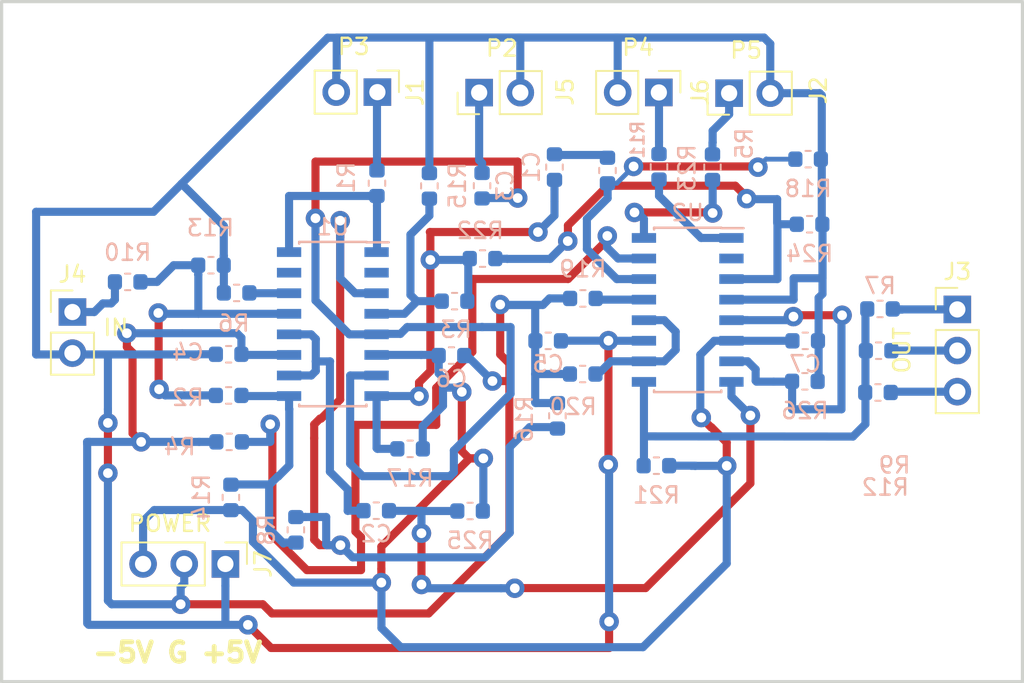
<source format=kicad_pcb>
(kicad_pcb (version 20171130) (host pcbnew 5.0.2-bee76a0~70~ubuntu16.04.1)

  (general
    (thickness 1.6)
    (drawings 5)
    (tracks 454)
    (zones 0)
    (modules 42)
    (nets 35)
  )

  (page A4)
  (layers
    (0 F.Cu signal)
    (31 B.Cu signal)
    (32 B.Adhes user hide)
    (33 F.Adhes user hide)
    (34 B.Paste user hide)
    (35 F.Paste user hide)
    (36 B.SilkS user)
    (37 F.SilkS user)
    (38 B.Mask user hide)
    (39 F.Mask user hide)
    (40 Dwgs.User user hide)
    (41 Cmts.User user hide)
    (42 Eco1.User user hide)
    (43 Eco2.User user hide)
    (44 Edge.Cuts user)
    (45 Margin user hide)
    (46 B.CrtYd user)
    (47 F.CrtYd user)
    (48 B.Fab user hide)
    (49 F.Fab user)
  )

  (setup
    (last_trace_width 0.5)
    (trace_clearance 0.2)
    (zone_clearance 0.508)
    (zone_45_only no)
    (trace_min 0.2)
    (segment_width 0.2)
    (edge_width 0.1)
    (via_size 1.2)
    (via_drill 0.6)
    (via_min_size 0.4)
    (via_min_drill 0.3)
    (uvia_size 0.3)
    (uvia_drill 0.1)
    (uvias_allowed no)
    (uvia_min_size 0.2)
    (uvia_min_drill 0.1)
    (pcb_text_width 0.3)
    (pcb_text_size 1.5 1.5)
    (mod_edge_width 0.15)
    (mod_text_size 1 1)
    (mod_text_width 0.15)
    (pad_size 1.5 1.5)
    (pad_drill 0.6)
    (pad_to_mask_clearance 0)
    (solder_mask_min_width 0.5)
    (aux_axis_origin 0 0)
    (visible_elements 7FFFFFFF)
    (pcbplotparams
      (layerselection 0x010f0_ffffffff)
      (usegerberextensions false)
      (usegerberattributes false)
      (usegerberadvancedattributes false)
      (creategerberjobfile false)
      (excludeedgelayer false)
      (linewidth 0.100000)
      (plotframeref false)
      (viasonmask true)
      (mode 1)
      (useauxorigin false)
      (hpglpennumber 1)
      (hpglpenspeed 20)
      (hpglpendiameter 15.000000)
      (psnegative false)
      (psa4output false)
      (plotreference false)
      (plotvalue false)
      (plotinvisibletext false)
      (padsonsilk false)
      (subtractmaskfromsilk false)
      (outputformat 1)
      (mirror false)
      (drillshape 0)
      (scaleselection 1)
      (outputdirectory "gerber/"))
  )

  (net 0 "")
  (net 1 "Net-(C1-Pad1)")
  (net 2 "Net-(C1-Pad2)")
  (net 3 "Net-(C2-Pad1)")
  (net 4 "Net-(C2-Pad2)")
  (net 5 "Net-(C3-Pad2)")
  (net 6 "Net-(C3-Pad1)")
  (net 7 GND)
  (net 8 +5V)
  (net 9 -5V)
  (net 10 "Net-(J1-Pad1)")
  (net 11 "Net-(J2-Pad1)")
  (net 12 "Net-(J3-Pad3)")
  (net 13 "Net-(J3-Pad2)")
  (net 14 "Net-(J3-Pad1)")
  (net 15 "Net-(J4-Pad1)")
  (net 16 "Net-(J6-Pad1)")
  (net 17 "Net-(R1-Pad1)")
  (net 18 "Net-(R14-Pad1)")
  (net 19 "Net-(R10-Pad1)")
  (net 20 "Net-(R15-Pad1)")
  (net 21 "Net-(R4-Pad2)")
  (net 22 "Net-(R5-Pad2)")
  (net 23 "Net-(R6-Pad1)")
  (net 24 "Net-(R12-Pad2)")
  (net 25 "Net-(R16-Pad1)")
  (net 26 "Net-(R11-Pad1)")
  (net 27 "Net-(R19-Pad1)")
  (net 28 "Net-(R20-Pad1)")
  (net 29 "Net-(R22-Pad2)")
  (net 30 "Net-(R23-Pad1)")
  (net 31 "Net-(R26-Pad1)")
  (net 32 "Net-(U1-Pad15)")
  (net 33 "Net-(U1-Pad2)")
  (net 34 "Net-(U2-Pad2)")

  (net_class Default "Это класс цепей по умолчанию."
    (clearance 0.2)
    (trace_width 0.5)
    (via_dia 1.2)
    (via_drill 0.6)
    (uvia_dia 0.3)
    (uvia_drill 0.1)
    (add_net "Net-(C1-Pad1)")
    (add_net "Net-(C1-Pad2)")
    (add_net "Net-(C2-Pad1)")
    (add_net "Net-(C2-Pad2)")
    (add_net "Net-(C3-Pad1)")
    (add_net "Net-(C3-Pad2)")
    (add_net "Net-(J1-Pad1)")
    (add_net "Net-(J2-Pad1)")
    (add_net "Net-(J3-Pad1)")
    (add_net "Net-(J3-Pad2)")
    (add_net "Net-(J3-Pad3)")
    (add_net "Net-(J4-Pad1)")
    (add_net "Net-(J6-Pad1)")
    (add_net "Net-(R1-Pad1)")
    (add_net "Net-(R10-Pad1)")
    (add_net "Net-(R11-Pad1)")
    (add_net "Net-(R12-Pad2)")
    (add_net "Net-(R14-Pad1)")
    (add_net "Net-(R15-Pad1)")
    (add_net "Net-(R16-Pad1)")
    (add_net "Net-(R19-Pad1)")
    (add_net "Net-(R20-Pad1)")
    (add_net "Net-(R22-Pad2)")
    (add_net "Net-(R23-Pad1)")
    (add_net "Net-(R26-Pad1)")
    (add_net "Net-(R4-Pad2)")
    (add_net "Net-(R5-Pad2)")
    (add_net "Net-(R6-Pad1)")
    (add_net "Net-(U1-Pad15)")
    (add_net "Net-(U1-Pad2)")
    (add_net "Net-(U2-Pad2)")
  )

  (net_class power ""
    (clearance 0.2)
    (trace_width 0.5)
    (via_dia 1.2)
    (via_drill 0.6)
    (uvia_dia 0.3)
    (uvia_drill 0.1)
    (add_net +5V)
    (add_net -5V)
    (add_net GND)
  )

  (module footprint:r0603 (layer B.Cu) (tedit 5B301BBD) (tstamp 5CA4DFEE)
    (at 27.78 37.31 180)
    (descr "Resistor SMD 0603 (1608 Metric), square (rectangular) end terminal, IPC_7351 nominal, (Body size source: http://www.tortai-tech.com/upload/download/2011102023233369053.pdf), generated with kicad-footprint-generator")
    (tags resistor)
    (path /5CA46522)
    (attr smd)
    (fp_text reference R10 (at 0 1.82 180) (layer B.SilkS)
      (effects (font (size 1 1) (thickness 0.15)) (justify mirror))
    )
    (fp_text value 10K (at 0 -1.82 180) (layer B.Fab)
      (effects (font (size 1 1) (thickness 0.15)) (justify mirror))
    )
    (fp_text user %R (at 0 0 180) (layer B.Fab)
      (effects (font (size 0.4 0.4) (thickness 0.06)) (justify mirror))
    )
    (fp_line (start 1.48 -0.73) (end -1.48 -0.73) (layer B.CrtYd) (width 0.05))
    (fp_line (start 1.48 0.73) (end 1.48 -0.73) (layer B.CrtYd) (width 0.05))
    (fp_line (start -1.48 0.73) (end 1.48 0.73) (layer B.CrtYd) (width 0.05))
    (fp_line (start -1.48 -0.73) (end -1.48 0.73) (layer B.CrtYd) (width 0.05))
    (fp_line (start -0.162779 -0.51) (end 0.162779 -0.51) (layer B.SilkS) (width 0.12))
    (fp_line (start -0.162779 0.51) (end 0.162779 0.51) (layer B.SilkS) (width 0.12))
    (fp_line (start 0.8 -0.4) (end -0.8 -0.4) (layer B.Fab) (width 0.1))
    (fp_line (start 0.8 0.4) (end 0.8 -0.4) (layer B.Fab) (width 0.1))
    (fp_line (start -0.8 0.4) (end 0.8 0.4) (layer B.Fab) (width 0.1))
    (fp_line (start -0.8 -0.4) (end -0.8 0.4) (layer B.Fab) (width 0.1))
    (pad 2 smd roundrect (at 0.7875 0 180) (size 0.875 0.95) (layers B.Cu B.Paste B.Mask) (roundrect_rratio 0.25)
      (net 15 "Net-(J4-Pad1)"))
    (pad 1 smd roundrect (at -0.7875 0 180) (size 0.875 0.95) (layers B.Cu B.Paste B.Mask) (roundrect_rratio 0.25)
      (net 19 "Net-(R10-Pad1)"))
    (model ${KIPRJMOD}/../library/footprint/3D/R_0603_1608Metric.step
      (at (xyz 0 0 0))
      (scale (xyz 1 1 1))
      (rotate (xyz 0 0 0))
    )
  )

  (module footprint:r0603 (layer B.Cu) (tedit 5B301BBD) (tstamp 5CA4E021)
    (at 32.92 36.28)
    (descr "Resistor SMD 0603 (1608 Metric), square (rectangular) end terminal, IPC_7351 nominal, (Body size source: http://www.tortai-tech.com/upload/download/2011102023233369053.pdf), generated with kicad-footprint-generator")
    (tags resistor)
    (path /5CA464B7)
    (attr smd)
    (fp_text reference R13 (at -0.033 -2.308) (layer B.SilkS)
      (effects (font (size 1 1) (thickness 0.15)) (justify mirror))
    )
    (fp_text value 220R (at 0 -1.82) (layer B.Fab)
      (effects (font (size 1 1) (thickness 0.15)) (justify mirror))
    )
    (fp_text user %R (at 0 0) (layer B.Fab)
      (effects (font (size 0.4 0.4) (thickness 0.06)) (justify mirror))
    )
    (fp_line (start 1.48 -0.73) (end -1.48 -0.73) (layer B.CrtYd) (width 0.05))
    (fp_line (start 1.48 0.73) (end 1.48 -0.73) (layer B.CrtYd) (width 0.05))
    (fp_line (start -1.48 0.73) (end 1.48 0.73) (layer B.CrtYd) (width 0.05))
    (fp_line (start -1.48 -0.73) (end -1.48 0.73) (layer B.CrtYd) (width 0.05))
    (fp_line (start -0.162779 -0.51) (end 0.162779 -0.51) (layer B.SilkS) (width 0.12))
    (fp_line (start -0.162779 0.51) (end 0.162779 0.51) (layer B.SilkS) (width 0.12))
    (fp_line (start 0.8 -0.4) (end -0.8 -0.4) (layer B.Fab) (width 0.1))
    (fp_line (start 0.8 0.4) (end 0.8 -0.4) (layer B.Fab) (width 0.1))
    (fp_line (start -0.8 0.4) (end 0.8 0.4) (layer B.Fab) (width 0.1))
    (fp_line (start -0.8 -0.4) (end -0.8 0.4) (layer B.Fab) (width 0.1))
    (pad 2 smd roundrect (at 0.7875 0) (size 0.875 0.95) (layers B.Cu B.Paste B.Mask) (roundrect_rratio 0.25)
      (net 7 GND))
    (pad 1 smd roundrect (at -0.7875 0) (size 0.875 0.95) (layers B.Cu B.Paste B.Mask) (roundrect_rratio 0.25)
      (net 19 "Net-(R10-Pad1)"))
    (model ${KIPRJMOD}/../library/footprint/3D/R_0603_1608Metric.step
      (at (xyz 0 0 0))
      (scale (xyz 1 1 1))
      (rotate (xyz 0 0 0))
    )
  )

  (module footprint:r0603 (layer B.Cu) (tedit 5B301BBD) (tstamp 5CA4DFAA)
    (at 34.5025 37.99 180)
    (descr "Resistor SMD 0603 (1608 Metric), square (rectangular) end terminal, IPC_7351 nominal, (Body size source: http://www.tortai-tech.com/upload/download/2011102023233369053.pdf), generated with kicad-footprint-generator")
    (tags resistor)
    (path /5CA46419)
    (attr smd)
    (fp_text reference R6 (at 0.179 -1.877 180) (layer B.SilkS)
      (effects (font (size 1 1) (thickness 0.15)) (justify mirror))
    )
    (fp_text value 220R (at 0 -1.82 180) (layer B.Fab)
      (effects (font (size 1 1) (thickness 0.15)) (justify mirror))
    )
    (fp_text user %R (at 0 0 180) (layer B.Fab)
      (effects (font (size 0.4 0.4) (thickness 0.06)) (justify mirror))
    )
    (fp_line (start 1.48 -0.73) (end -1.48 -0.73) (layer B.CrtYd) (width 0.05))
    (fp_line (start 1.48 0.73) (end 1.48 -0.73) (layer B.CrtYd) (width 0.05))
    (fp_line (start -1.48 0.73) (end 1.48 0.73) (layer B.CrtYd) (width 0.05))
    (fp_line (start -1.48 -0.73) (end -1.48 0.73) (layer B.CrtYd) (width 0.05))
    (fp_line (start -0.162779 -0.51) (end 0.162779 -0.51) (layer B.SilkS) (width 0.12))
    (fp_line (start -0.162779 0.51) (end 0.162779 0.51) (layer B.SilkS) (width 0.12))
    (fp_line (start 0.8 -0.4) (end -0.8 -0.4) (layer B.Fab) (width 0.1))
    (fp_line (start 0.8 0.4) (end 0.8 -0.4) (layer B.Fab) (width 0.1))
    (fp_line (start -0.8 0.4) (end 0.8 0.4) (layer B.Fab) (width 0.1))
    (fp_line (start -0.8 -0.4) (end -0.8 0.4) (layer B.Fab) (width 0.1))
    (pad 2 smd roundrect (at 0.7875 0 180) (size 0.875 0.95) (layers B.Cu B.Paste B.Mask) (roundrect_rratio 0.25)
      (net 7 GND))
    (pad 1 smd roundrect (at -0.7875 0 180) (size 0.875 0.95) (layers B.Cu B.Paste B.Mask) (roundrect_rratio 0.25)
      (net 23 "Net-(R6-Pad1)"))
    (model ${KIPRJMOD}/../library/footprint/3D/R_0603_1608Metric.step
      (at (xyz 0 0 0))
      (scale (xyz 1 1 1))
      (rotate (xyz 0 0 0))
    )
  )

  (module footprint:c0603 (layer B.Cu) (tedit 5B301BBE) (tstamp 5CA4DE75)
    (at 34.01 41.78)
    (descr "Capacitor SMD 0603 (1608 Metric), square (rectangular) end terminal, IPC_7351 nominal, (Body size source: http://www.tortai-tech.com/upload/download/2011102023233369053.pdf), generated with kicad-footprint-generator")
    (tags capacitor)
    (path /5CABB500)
    (attr smd)
    (fp_text reference C4 (at -2.514 -0.124) (layer B.SilkS)
      (effects (font (size 1 1) (thickness 0.15)) (justify mirror))
    )
    (fp_text value 0.1uF (at 0 -1.43) (layer B.Fab)
      (effects (font (size 1 1) (thickness 0.15)) (justify mirror))
    )
    (fp_text user %R (at 0 0) (layer B.Fab)
      (effects (font (size 0.4 0.4) (thickness 0.06)) (justify mirror))
    )
    (fp_line (start 1.48 -0.73) (end -1.48 -0.73) (layer B.CrtYd) (width 0.05))
    (fp_line (start 1.48 0.73) (end 1.48 -0.73) (layer B.CrtYd) (width 0.05))
    (fp_line (start -1.48 0.73) (end 1.48 0.73) (layer B.CrtYd) (width 0.05))
    (fp_line (start -1.48 -0.73) (end -1.48 0.73) (layer B.CrtYd) (width 0.05))
    (fp_line (start -0.162779 -0.51) (end 0.162779 -0.51) (layer B.SilkS) (width 0.12))
    (fp_line (start -0.162779 0.51) (end 0.162779 0.51) (layer B.SilkS) (width 0.12))
    (fp_line (start 0.8 -0.4) (end -0.8 -0.4) (layer B.Fab) (width 0.1))
    (fp_line (start 0.8 0.4) (end 0.8 -0.4) (layer B.Fab) (width 0.1))
    (fp_line (start -0.8 0.4) (end 0.8 0.4) (layer B.Fab) (width 0.1))
    (fp_line (start -0.8 -0.4) (end -0.8 0.4) (layer B.Fab) (width 0.1))
    (pad 2 smd roundrect (at 0.7875 0) (size 0.875 0.95) (layers B.Cu B.Paste B.Mask) (roundrect_rratio 0.25)
      (net 8 +5V))
    (pad 1 smd roundrect (at -0.7875 0) (size 0.875 0.95) (layers B.Cu B.Paste B.Mask) (roundrect_rratio 0.25)
      (net 7 GND))
    (model ${KIPRJMOD}/../library/footprint/3D/C_0603_1608Metric.step
      (at (xyz 0 0 0))
      (scale (xyz 1 1 1))
      (rotate (xyz 0 0 0))
    )
  )

  (module footprint:r0603 (layer B.Cu) (tedit 5B301BBD) (tstamp 5CA4DF66)
    (at 34.01 44.32 180)
    (descr "Resistor SMD 0603 (1608 Metric), square (rectangular) end terminal, IPC_7351 nominal, (Body size source: http://www.tortai-tech.com/upload/download/2011102023233369053.pdf), generated with kicad-footprint-generator")
    (tags resistor)
    (path /5CA46574)
    (attr smd)
    (fp_text reference R2 (at 2.514 -0.13 180) (layer B.SilkS)
      (effects (font (size 1 1) (thickness 0.15)) (justify mirror))
    )
    (fp_text value 10K (at 0 -1.82 180) (layer B.Fab)
      (effects (font (size 1 1) (thickness 0.15)) (justify mirror))
    )
    (fp_text user %R (at 0 0 180) (layer B.Fab)
      (effects (font (size 0.4 0.4) (thickness 0.06)) (justify mirror))
    )
    (fp_line (start 1.48 -0.73) (end -1.48 -0.73) (layer B.CrtYd) (width 0.05))
    (fp_line (start 1.48 0.73) (end 1.48 -0.73) (layer B.CrtYd) (width 0.05))
    (fp_line (start -1.48 0.73) (end 1.48 0.73) (layer B.CrtYd) (width 0.05))
    (fp_line (start -1.48 -0.73) (end -1.48 0.73) (layer B.CrtYd) (width 0.05))
    (fp_line (start -0.162779 -0.51) (end 0.162779 -0.51) (layer B.SilkS) (width 0.12))
    (fp_line (start -0.162779 0.51) (end 0.162779 0.51) (layer B.SilkS) (width 0.12))
    (fp_line (start 0.8 -0.4) (end -0.8 -0.4) (layer B.Fab) (width 0.1))
    (fp_line (start 0.8 0.4) (end 0.8 -0.4) (layer B.Fab) (width 0.1))
    (fp_line (start -0.8 0.4) (end 0.8 0.4) (layer B.Fab) (width 0.1))
    (fp_line (start -0.8 -0.4) (end -0.8 0.4) (layer B.Fab) (width 0.1))
    (pad 2 smd roundrect (at 0.7875 0 180) (size 0.875 0.95) (layers B.Cu B.Paste B.Mask) (roundrect_rratio 0.25)
      (net 19 "Net-(R10-Pad1)"))
    (pad 1 smd roundrect (at -0.7875 0 180) (size 0.875 0.95) (layers B.Cu B.Paste B.Mask) (roundrect_rratio 0.25)
      (net 18 "Net-(R14-Pad1)"))
    (model ${KIPRJMOD}/../library/footprint/3D/R_0603_1608Metric.step
      (at (xyz 0 0 0))
      (scale (xyz 1 1 1))
      (rotate (xyz 0 0 0))
    )
  )

  (module footprint:r0603 (layer B.Cu) (tedit 5B301BBD) (tstamp 5CA4DF88)
    (at 34.0425 47.19)
    (descr "Resistor SMD 0603 (1608 Metric), square (rectangular) end terminal, IPC_7351 nominal, (Body size source: http://www.tortai-tech.com/upload/download/2011102023233369053.pdf), generated with kicad-footprint-generator")
    (tags resistor)
    (path /5CA4A0BC)
    (attr smd)
    (fp_text reference R4 (at -3.0545 0.308) (layer B.SilkS)
      (effects (font (size 1 1) (thickness 0.15)) (justify mirror))
    )
    (fp_text value 10K (at 0 -1.82) (layer B.Fab)
      (effects (font (size 1 1) (thickness 0.15)) (justify mirror))
    )
    (fp_text user %R (at 0 0) (layer B.Fab)
      (effects (font (size 0.4 0.4) (thickness 0.06)) (justify mirror))
    )
    (fp_line (start 1.48 -0.73) (end -1.48 -0.73) (layer B.CrtYd) (width 0.05))
    (fp_line (start 1.48 0.73) (end 1.48 -0.73) (layer B.CrtYd) (width 0.05))
    (fp_line (start -1.48 0.73) (end 1.48 0.73) (layer B.CrtYd) (width 0.05))
    (fp_line (start -1.48 -0.73) (end -1.48 0.73) (layer B.CrtYd) (width 0.05))
    (fp_line (start -0.162779 -0.51) (end 0.162779 -0.51) (layer B.SilkS) (width 0.12))
    (fp_line (start -0.162779 0.51) (end 0.162779 0.51) (layer B.SilkS) (width 0.12))
    (fp_line (start 0.8 -0.4) (end -0.8 -0.4) (layer B.Fab) (width 0.1))
    (fp_line (start 0.8 0.4) (end 0.8 -0.4) (layer B.Fab) (width 0.1))
    (fp_line (start -0.8 0.4) (end 0.8 0.4) (layer B.Fab) (width 0.1))
    (fp_line (start -0.8 -0.4) (end -0.8 0.4) (layer B.Fab) (width 0.1))
    (pad 2 smd roundrect (at 0.7875 0) (size 0.875 0.95) (layers B.Cu B.Paste B.Mask) (roundrect_rratio 0.25)
      (net 21 "Net-(R4-Pad2)"))
    (pad 1 smd roundrect (at -0.7875 0) (size 0.875 0.95) (layers B.Cu B.Paste B.Mask) (roundrect_rratio 0.25)
      (net 8 +5V))
    (model ${KIPRJMOD}/../library/footprint/3D/R_0603_1608Metric.step
      (at (xyz 0 0 0))
      (scale (xyz 1 1 1))
      (rotate (xyz 0 0 0))
    )
  )

  (module footprint:r0603 (layer B.Cu) (tedit 5B301BBD) (tstamp 5CA4E032)
    (at 34.15 50.62 270)
    (descr "Resistor SMD 0603 (1608 Metric), square (rectangular) end terminal, IPC_7351 nominal, (Body size source: http://www.tortai-tech.com/upload/download/2011102023233369053.pdf), generated with kicad-footprint-generator")
    (tags resistor)
    (path /5CA46F52)
    (attr smd)
    (fp_text reference R14 (at 0 1.82 270) (layer B.SilkS)
      (effects (font (size 1 1) (thickness 0.15)) (justify mirror))
    )
    (fp_text value 10K (at 0 -1.82 270) (layer B.Fab)
      (effects (font (size 1 1) (thickness 0.15)) (justify mirror))
    )
    (fp_text user %R (at 0 0 270) (layer B.Fab)
      (effects (font (size 0.4 0.4) (thickness 0.06)) (justify mirror))
    )
    (fp_line (start 1.48 -0.73) (end -1.48 -0.73) (layer B.CrtYd) (width 0.05))
    (fp_line (start 1.48 0.73) (end 1.48 -0.73) (layer B.CrtYd) (width 0.05))
    (fp_line (start -1.48 0.73) (end 1.48 0.73) (layer B.CrtYd) (width 0.05))
    (fp_line (start -1.48 -0.73) (end -1.48 0.73) (layer B.CrtYd) (width 0.05))
    (fp_line (start -0.162779 -0.51) (end 0.162779 -0.51) (layer B.SilkS) (width 0.12))
    (fp_line (start -0.162779 0.51) (end 0.162779 0.51) (layer B.SilkS) (width 0.12))
    (fp_line (start 0.8 -0.4) (end -0.8 -0.4) (layer B.Fab) (width 0.1))
    (fp_line (start 0.8 0.4) (end 0.8 -0.4) (layer B.Fab) (width 0.1))
    (fp_line (start -0.8 0.4) (end 0.8 0.4) (layer B.Fab) (width 0.1))
    (fp_line (start -0.8 -0.4) (end -0.8 0.4) (layer B.Fab) (width 0.1))
    (pad 2 smd roundrect (at 0.7875 0 270) (size 0.875 0.95) (layers B.Cu B.Paste B.Mask) (roundrect_rratio 0.25)
      (net 9 -5V))
    (pad 1 smd roundrect (at -0.7875 0 270) (size 0.875 0.95) (layers B.Cu B.Paste B.Mask) (roundrect_rratio 0.25)
      (net 18 "Net-(R14-Pad1)"))
    (model ${KIPRJMOD}/../library/footprint/3D/R_0603_1608Metric.step
      (at (xyz 0 0 0))
      (scale (xyz 1 1 1))
      (rotate (xyz 0 0 0))
    )
  )

  (module footprint:r0603 (layer B.Cu) (tedit 5B301BBD) (tstamp 5CA4DFCC)
    (at 38.16 52.6225 270)
    (descr "Resistor SMD 0603 (1608 Metric), square (rectangular) end terminal, IPC_7351 nominal, (Body size source: http://www.tortai-tech.com/upload/download/2011102023233369053.pdf), generated with kicad-footprint-generator")
    (tags resistor)
    (path /5CA46EFA)
    (attr smd)
    (fp_text reference R8 (at 0 1.82 270) (layer B.SilkS)
      (effects (font (size 1 1) (thickness 0.15)) (justify mirror))
    )
    (fp_text value 10K (at 0 -1.82 270) (layer B.Fab)
      (effects (font (size 1 1) (thickness 0.15)) (justify mirror))
    )
    (fp_text user %R (at 0 0 270) (layer B.Fab)
      (effects (font (size 0.4 0.4) (thickness 0.06)) (justify mirror))
    )
    (fp_line (start 1.48 -0.73) (end -1.48 -0.73) (layer B.CrtYd) (width 0.05))
    (fp_line (start 1.48 0.73) (end 1.48 -0.73) (layer B.CrtYd) (width 0.05))
    (fp_line (start -1.48 0.73) (end 1.48 0.73) (layer B.CrtYd) (width 0.05))
    (fp_line (start -1.48 -0.73) (end -1.48 0.73) (layer B.CrtYd) (width 0.05))
    (fp_line (start -0.162779 -0.51) (end 0.162779 -0.51) (layer B.SilkS) (width 0.12))
    (fp_line (start -0.162779 0.51) (end 0.162779 0.51) (layer B.SilkS) (width 0.12))
    (fp_line (start 0.8 -0.4) (end -0.8 -0.4) (layer B.Fab) (width 0.1))
    (fp_line (start 0.8 0.4) (end 0.8 -0.4) (layer B.Fab) (width 0.1))
    (fp_line (start -0.8 0.4) (end 0.8 0.4) (layer B.Fab) (width 0.1))
    (fp_line (start -0.8 -0.4) (end -0.8 0.4) (layer B.Fab) (width 0.1))
    (pad 2 smd roundrect (at 0.7875 0 270) (size 0.875 0.95) (layers B.Cu B.Paste B.Mask) (roundrect_rratio 0.25)
      (net 18 "Net-(R14-Pad1)"))
    (pad 1 smd roundrect (at -0.7875 0 270) (size 0.875 0.95) (layers B.Cu B.Paste B.Mask) (roundrect_rratio 0.25)
      (net 25 "Net-(R16-Pad1)"))
    (model ${KIPRJMOD}/../library/footprint/3D/R_0603_1608Metric.step
      (at (xyz 0 0 0))
      (scale (xyz 1 1 1))
      (rotate (xyz 0 0 0))
    )
  )

  (module footprint:r0603 (layer B.Cu) (tedit 5B301BBD) (tstamp 5CA4E065)
    (at 45.21 47.62)
    (descr "Resistor SMD 0603 (1608 Metric), square (rectangular) end terminal, IPC_7351 nominal, (Body size source: http://www.tortai-tech.com/upload/download/2011102023233369053.pdf), generated with kicad-footprint-generator")
    (tags resistor)
    (path /5CA5BAB5)
    (attr smd)
    (fp_text reference R17 (at 0 1.82) (layer B.SilkS)
      (effects (font (size 1 1) (thickness 0.15)) (justify mirror))
    )
    (fp_text value 1OK (at 0 -1.82) (layer B.Fab)
      (effects (font (size 1 1) (thickness 0.15)) (justify mirror))
    )
    (fp_text user %R (at 0 0) (layer B.Fab)
      (effects (font (size 0.4 0.4) (thickness 0.06)) (justify mirror))
    )
    (fp_line (start 1.48 -0.73) (end -1.48 -0.73) (layer B.CrtYd) (width 0.05))
    (fp_line (start 1.48 0.73) (end 1.48 -0.73) (layer B.CrtYd) (width 0.05))
    (fp_line (start -1.48 0.73) (end 1.48 0.73) (layer B.CrtYd) (width 0.05))
    (fp_line (start -1.48 -0.73) (end -1.48 0.73) (layer B.CrtYd) (width 0.05))
    (fp_line (start -0.162779 -0.51) (end 0.162779 -0.51) (layer B.SilkS) (width 0.12))
    (fp_line (start -0.162779 0.51) (end 0.162779 0.51) (layer B.SilkS) (width 0.12))
    (fp_line (start 0.8 -0.4) (end -0.8 -0.4) (layer B.Fab) (width 0.1))
    (fp_line (start 0.8 0.4) (end 0.8 -0.4) (layer B.Fab) (width 0.1))
    (fp_line (start -0.8 0.4) (end 0.8 0.4) (layer B.Fab) (width 0.1))
    (fp_line (start -0.8 -0.4) (end -0.8 0.4) (layer B.Fab) (width 0.1))
    (pad 2 smd roundrect (at 0.7875 0) (size 0.875 0.95) (layers B.Cu B.Paste B.Mask) (roundrect_rratio 0.25)
      (net 9 -5V))
    (pad 1 smd roundrect (at -0.7875 0) (size 0.875 0.95) (layers B.Cu B.Paste B.Mask) (roundrect_rratio 0.25)
      (net 2 "Net-(C1-Pad2)"))
    (model ${KIPRJMOD}/../library/footprint/3D/R_0603_1608Metric.step
      (at (xyz 0 0 0))
      (scale (xyz 1 1 1))
      (rotate (xyz 0 0 0))
    )
  )

  (module footprint:c0603 (layer B.Cu) (tedit 5B301BBE) (tstamp 5CA4DE53)
    (at 43.12 51.44)
    (descr "Capacitor SMD 0603 (1608 Metric), square (rectangular) end terminal, IPC_7351 nominal, (Body size source: http://www.tortai-tech.com/upload/download/2011102023233369053.pdf), generated with kicad-footprint-generator")
    (tags capacitor)
    (path /5CA4C524)
    (attr smd)
    (fp_text reference C2 (at 0 1.43) (layer B.SilkS)
      (effects (font (size 1 1) (thickness 0.15)) (justify mirror))
    )
    (fp_text value "2000 pF" (at 0 -1.43) (layer B.Fab)
      (effects (font (size 1 1) (thickness 0.15)) (justify mirror))
    )
    (fp_text user %R (at 0 0) (layer B.Fab)
      (effects (font (size 0.4 0.4) (thickness 0.06)) (justify mirror))
    )
    (fp_line (start 1.48 -0.73) (end -1.48 -0.73) (layer B.CrtYd) (width 0.05))
    (fp_line (start 1.48 0.73) (end 1.48 -0.73) (layer B.CrtYd) (width 0.05))
    (fp_line (start -1.48 0.73) (end 1.48 0.73) (layer B.CrtYd) (width 0.05))
    (fp_line (start -1.48 -0.73) (end -1.48 0.73) (layer B.CrtYd) (width 0.05))
    (fp_line (start -0.162779 -0.51) (end 0.162779 -0.51) (layer B.SilkS) (width 0.12))
    (fp_line (start -0.162779 0.51) (end 0.162779 0.51) (layer B.SilkS) (width 0.12))
    (fp_line (start 0.8 -0.4) (end -0.8 -0.4) (layer B.Fab) (width 0.1))
    (fp_line (start 0.8 0.4) (end 0.8 -0.4) (layer B.Fab) (width 0.1))
    (fp_line (start -0.8 0.4) (end 0.8 0.4) (layer B.Fab) (width 0.1))
    (fp_line (start -0.8 -0.4) (end -0.8 0.4) (layer B.Fab) (width 0.1))
    (pad 2 smd roundrect (at 0.7875 0) (size 0.875 0.95) (layers B.Cu B.Paste B.Mask) (roundrect_rratio 0.25)
      (net 4 "Net-(C2-Pad2)"))
    (pad 1 smd roundrect (at -0.7875 0) (size 0.875 0.95) (layers B.Cu B.Paste B.Mask) (roundrect_rratio 0.25)
      (net 3 "Net-(C2-Pad1)"))
    (model ${KIPRJMOD}/../library/footprint/3D/C_0603_1608Metric.step
      (at (xyz 0 0 0))
      (scale (xyz 1 1 1))
      (rotate (xyz 0 0 0))
    )
  )

  (module footprint:r0603 (layer B.Cu) (tedit 5B301BBD) (tstamp 5CA4E0ED)
    (at 48.91 51.46)
    (descr "Resistor SMD 0603 (1608 Metric), square (rectangular) end terminal, IPC_7351 nominal, (Body size source: http://www.tortai-tech.com/upload/download/2011102023233369053.pdf), generated with kicad-footprint-generator")
    (tags resistor)
    (path /5CA57C67)
    (attr smd)
    (fp_text reference R25 (at 0 1.82) (layer B.SilkS)
      (effects (font (size 1 1) (thickness 0.15)) (justify mirror))
    )
    (fp_text value 10K (at 0 -1.82) (layer B.Fab)
      (effects (font (size 1 1) (thickness 0.15)) (justify mirror))
    )
    (fp_text user %R (at 0 0) (layer B.Fab)
      (effects (font (size 0.4 0.4) (thickness 0.06)) (justify mirror))
    )
    (fp_line (start 1.48 -0.73) (end -1.48 -0.73) (layer B.CrtYd) (width 0.05))
    (fp_line (start 1.48 0.73) (end 1.48 -0.73) (layer B.CrtYd) (width 0.05))
    (fp_line (start -1.48 0.73) (end 1.48 0.73) (layer B.CrtYd) (width 0.05))
    (fp_line (start -1.48 -0.73) (end -1.48 0.73) (layer B.CrtYd) (width 0.05))
    (fp_line (start -0.162779 -0.51) (end 0.162779 -0.51) (layer B.SilkS) (width 0.12))
    (fp_line (start -0.162779 0.51) (end 0.162779 0.51) (layer B.SilkS) (width 0.12))
    (fp_line (start 0.8 -0.4) (end -0.8 -0.4) (layer B.Fab) (width 0.1))
    (fp_line (start 0.8 0.4) (end 0.8 -0.4) (layer B.Fab) (width 0.1))
    (fp_line (start -0.8 0.4) (end 0.8 0.4) (layer B.Fab) (width 0.1))
    (fp_line (start -0.8 -0.4) (end -0.8 0.4) (layer B.Fab) (width 0.1))
    (pad 2 smd roundrect (at 0.7875 0) (size 0.875 0.95) (layers B.Cu B.Paste B.Mask) (roundrect_rratio 0.25)
      (net 9 -5V))
    (pad 1 smd roundrect (at -0.7875 0) (size 0.875 0.95) (layers B.Cu B.Paste B.Mask) (roundrect_rratio 0.25)
      (net 4 "Net-(C2-Pad2)"))
    (model ${KIPRJMOD}/../library/footprint/3D/R_0603_1608Metric.step
      (at (xyz 0 0 0))
      (scale (xyz 1 1 1))
      (rotate (xyz 0 0 0))
    )
  )

  (module footprint:r0603 (layer B.Cu) (tedit 5B301BBD) (tstamp 5CA4E0A9)
    (at 60.41 48.66)
    (descr "Resistor SMD 0603 (1608 Metric), square (rectangular) end terminal, IPC_7351 nominal, (Body size source: http://www.tortai-tech.com/upload/download/2011102023233369053.pdf), generated with kicad-footprint-generator")
    (tags resistor)
    (path /5CA6262D)
    (attr smd)
    (fp_text reference R21 (at 0 1.82) (layer B.SilkS)
      (effects (font (size 1 1) (thickness 0.15)) (justify mirror))
    )
    (fp_text value 10K (at 0 -1.82) (layer B.Fab)
      (effects (font (size 1 1) (thickness 0.15)) (justify mirror))
    )
    (fp_text user %R (at 0 0) (layer B.Fab)
      (effects (font (size 0.4 0.4) (thickness 0.06)) (justify mirror))
    )
    (fp_line (start 1.48 -0.73) (end -1.48 -0.73) (layer B.CrtYd) (width 0.05))
    (fp_line (start 1.48 0.73) (end 1.48 -0.73) (layer B.CrtYd) (width 0.05))
    (fp_line (start -1.48 0.73) (end 1.48 0.73) (layer B.CrtYd) (width 0.05))
    (fp_line (start -1.48 -0.73) (end -1.48 0.73) (layer B.CrtYd) (width 0.05))
    (fp_line (start -0.162779 -0.51) (end 0.162779 -0.51) (layer B.SilkS) (width 0.12))
    (fp_line (start -0.162779 0.51) (end 0.162779 0.51) (layer B.SilkS) (width 0.12))
    (fp_line (start 0.8 -0.4) (end -0.8 -0.4) (layer B.Fab) (width 0.1))
    (fp_line (start 0.8 0.4) (end 0.8 -0.4) (layer B.Fab) (width 0.1))
    (fp_line (start -0.8 0.4) (end 0.8 0.4) (layer B.Fab) (width 0.1))
    (fp_line (start -0.8 -0.4) (end -0.8 0.4) (layer B.Fab) (width 0.1))
    (pad 2 smd roundrect (at 0.7875 0) (size 0.875 0.95) (layers B.Cu B.Paste B.Mask) (roundrect_rratio 0.25)
      (net 9 -5V))
    (pad 1 smd roundrect (at -0.7875 0) (size 0.875 0.95) (layers B.Cu B.Paste B.Mask) (roundrect_rratio 0.25)
      (net 24 "Net-(R12-Pad2)"))
    (model ${KIPRJMOD}/../library/footprint/3D/R_0603_1608Metric.step
      (at (xyz 0 0 0))
      (scale (xyz 1 1 1))
      (rotate (xyz 0 0 0))
    )
  )

  (module footprint:r0603 (layer B.Cu) (tedit 5B301BBD) (tstamp 5CA51560)
    (at 55.86 43 180)
    (descr "Resistor SMD 0603 (1608 Metric), square (rectangular) end terminal, IPC_7351 nominal, (Body size source: http://www.tortai-tech.com/upload/download/2011102023233369053.pdf), generated with kicad-footprint-generator")
    (tags resistor)
    (path /5CA4B685)
    (attr smd)
    (fp_text reference R20 (at 0.586 -2.015 180) (layer B.SilkS)
      (effects (font (size 1 1) (thickness 0.15)) (justify mirror))
    )
    (fp_text value 10K (at 0 -1.82 180) (layer B.Fab)
      (effects (font (size 1 1) (thickness 0.15)) (justify mirror))
    )
    (fp_text user %R (at 0 0 180) (layer B.Fab)
      (effects (font (size 0.4 0.4) (thickness 0.06)) (justify mirror))
    )
    (fp_line (start 1.48 -0.73) (end -1.48 -0.73) (layer B.CrtYd) (width 0.05))
    (fp_line (start 1.48 0.73) (end 1.48 -0.73) (layer B.CrtYd) (width 0.05))
    (fp_line (start -1.48 0.73) (end 1.48 0.73) (layer B.CrtYd) (width 0.05))
    (fp_line (start -1.48 -0.73) (end -1.48 0.73) (layer B.CrtYd) (width 0.05))
    (fp_line (start -0.162779 -0.51) (end 0.162779 -0.51) (layer B.SilkS) (width 0.12))
    (fp_line (start -0.162779 0.51) (end 0.162779 0.51) (layer B.SilkS) (width 0.12))
    (fp_line (start 0.8 -0.4) (end -0.8 -0.4) (layer B.Fab) (width 0.1))
    (fp_line (start 0.8 0.4) (end 0.8 -0.4) (layer B.Fab) (width 0.1))
    (fp_line (start -0.8 0.4) (end 0.8 0.4) (layer B.Fab) (width 0.1))
    (fp_line (start -0.8 -0.4) (end -0.8 0.4) (layer B.Fab) (width 0.1))
    (pad 2 smd roundrect (at 0.7875 0 180) (size 0.875 0.95) (layers B.Cu B.Paste B.Mask) (roundrect_rratio 0.25)
      (net 7 GND))
    (pad 1 smd roundrect (at -0.7875 0 180) (size 0.875 0.95) (layers B.Cu B.Paste B.Mask) (roundrect_rratio 0.25)
      (net 28 "Net-(R20-Pad1)"))
    (model ${KIPRJMOD}/../library/footprint/3D/R_0603_1608Metric.step
      (at (xyz 0 0 0))
      (scale (xyz 1 1 1))
      (rotate (xyz 0 0 0))
    )
  )

  (module footprint:r0603 (layer B.Cu) (tedit 5B301BBD) (tstamp 5CA4E054)
    (at 54.3 45.58 90)
    (descr "Resistor SMD 0603 (1608 Metric), square (rectangular) end terminal, IPC_7351 nominal, (Body size source: http://www.tortai-tech.com/upload/download/2011102023233369053.pdf), generated with kicad-footprint-generator")
    (tags resistor)
    (path /5CA46FAD)
    (attr smd)
    (fp_text reference R16 (at -0.205 -2.039 90) (layer B.SilkS)
      (effects (font (size 1 1) (thickness 0.15)) (justify mirror))
    )
    (fp_text value 220R (at 0 -1.82 90) (layer B.Fab)
      (effects (font (size 1 1) (thickness 0.15)) (justify mirror))
    )
    (fp_text user %R (at 0 0 90) (layer B.Fab)
      (effects (font (size 0.4 0.4) (thickness 0.06)) (justify mirror))
    )
    (fp_line (start 1.48 -0.73) (end -1.48 -0.73) (layer B.CrtYd) (width 0.05))
    (fp_line (start 1.48 0.73) (end 1.48 -0.73) (layer B.CrtYd) (width 0.05))
    (fp_line (start -1.48 0.73) (end 1.48 0.73) (layer B.CrtYd) (width 0.05))
    (fp_line (start -1.48 -0.73) (end -1.48 0.73) (layer B.CrtYd) (width 0.05))
    (fp_line (start -0.162779 -0.51) (end 0.162779 -0.51) (layer B.SilkS) (width 0.12))
    (fp_line (start -0.162779 0.51) (end 0.162779 0.51) (layer B.SilkS) (width 0.12))
    (fp_line (start 0.8 -0.4) (end -0.8 -0.4) (layer B.Fab) (width 0.1))
    (fp_line (start 0.8 0.4) (end 0.8 -0.4) (layer B.Fab) (width 0.1))
    (fp_line (start -0.8 0.4) (end 0.8 0.4) (layer B.Fab) (width 0.1))
    (fp_line (start -0.8 -0.4) (end -0.8 0.4) (layer B.Fab) (width 0.1))
    (pad 2 smd roundrect (at 0.7875 0 90) (size 0.875 0.95) (layers B.Cu B.Paste B.Mask) (roundrect_rratio 0.25)
      (net 7 GND))
    (pad 1 smd roundrect (at -0.7875 0 90) (size 0.875 0.95) (layers B.Cu B.Paste B.Mask) (roundrect_rratio 0.25)
      (net 25 "Net-(R16-Pad1)"))
    (model ${KIPRJMOD}/../library/footprint/3D/R_0603_1608Metric.step
      (at (xyz 0 0 0))
      (scale (xyz 1 1 1))
      (rotate (xyz 0 0 0))
    )
  )

  (module footprint:c0603 (layer B.Cu) (tedit 5B301BBE) (tstamp 5CA4DE86)
    (at 53.73 40.95)
    (descr "Capacitor SMD 0603 (1608 Metric), square (rectangular) end terminal, IPC_7351 nominal, (Body size source: http://www.tortai-tech.com/upload/download/2011102023233369053.pdf), generated with kicad-footprint-generator")
    (tags capacitor)
    (path /5CABB447)
    (attr smd)
    (fp_text reference C5 (at 0 1.43) (layer B.SilkS)
      (effects (font (size 1 1) (thickness 0.15)) (justify mirror))
    )
    (fp_text value 0.1uF (at 0 -1.43) (layer B.Fab)
      (effects (font (size 1 1) (thickness 0.15)) (justify mirror))
    )
    (fp_text user %R (at 0 0) (layer B.Fab)
      (effects (font (size 0.4 0.4) (thickness 0.06)) (justify mirror))
    )
    (fp_line (start 1.48 -0.73) (end -1.48 -0.73) (layer B.CrtYd) (width 0.05))
    (fp_line (start 1.48 0.73) (end 1.48 -0.73) (layer B.CrtYd) (width 0.05))
    (fp_line (start -1.48 0.73) (end 1.48 0.73) (layer B.CrtYd) (width 0.05))
    (fp_line (start -1.48 -0.73) (end -1.48 0.73) (layer B.CrtYd) (width 0.05))
    (fp_line (start -0.162779 -0.51) (end 0.162779 -0.51) (layer B.SilkS) (width 0.12))
    (fp_line (start -0.162779 0.51) (end 0.162779 0.51) (layer B.SilkS) (width 0.12))
    (fp_line (start 0.8 -0.4) (end -0.8 -0.4) (layer B.Fab) (width 0.1))
    (fp_line (start 0.8 0.4) (end 0.8 -0.4) (layer B.Fab) (width 0.1))
    (fp_line (start -0.8 0.4) (end 0.8 0.4) (layer B.Fab) (width 0.1))
    (fp_line (start -0.8 -0.4) (end -0.8 0.4) (layer B.Fab) (width 0.1))
    (pad 2 smd roundrect (at 0.7875 0) (size 0.875 0.95) (layers B.Cu B.Paste B.Mask) (roundrect_rratio 0.25)
      (net 8 +5V))
    (pad 1 smd roundrect (at -0.7875 0) (size 0.875 0.95) (layers B.Cu B.Paste B.Mask) (roundrect_rratio 0.25)
      (net 7 GND))
    (model ${KIPRJMOD}/../library/footprint/3D/C_0603_1608Metric.step
      (at (xyz 0 0 0))
      (scale (xyz 1 1 1))
      (rotate (xyz 0 0 0))
    )
  )

  (module footprint:r0603 (layer B.Cu) (tedit 5B301BBD) (tstamp 5CA4E087)
    (at 55.8725 38.33 180)
    (descr "Resistor SMD 0603 (1608 Metric), square (rectangular) end terminal, IPC_7351 nominal, (Body size source: http://www.tortai-tech.com/upload/download/2011102023233369053.pdf), generated with kicad-footprint-generator")
    (tags resistor)
    (path /5CA4A156)
    (attr smd)
    (fp_text reference R19 (at 0 1.82 180) (layer B.SilkS)
      (effects (font (size 1 1) (thickness 0.15)) (justify mirror))
    )
    (fp_text value 220R (at 0 -1.82 180) (layer B.Fab)
      (effects (font (size 1 1) (thickness 0.15)) (justify mirror))
    )
    (fp_text user %R (at 0 0 180) (layer B.Fab)
      (effects (font (size 0.4 0.4) (thickness 0.06)) (justify mirror))
    )
    (fp_line (start 1.48 -0.73) (end -1.48 -0.73) (layer B.CrtYd) (width 0.05))
    (fp_line (start 1.48 0.73) (end 1.48 -0.73) (layer B.CrtYd) (width 0.05))
    (fp_line (start -1.48 0.73) (end 1.48 0.73) (layer B.CrtYd) (width 0.05))
    (fp_line (start -1.48 -0.73) (end -1.48 0.73) (layer B.CrtYd) (width 0.05))
    (fp_line (start -0.162779 -0.51) (end 0.162779 -0.51) (layer B.SilkS) (width 0.12))
    (fp_line (start -0.162779 0.51) (end 0.162779 0.51) (layer B.SilkS) (width 0.12))
    (fp_line (start 0.8 -0.4) (end -0.8 -0.4) (layer B.Fab) (width 0.1))
    (fp_line (start 0.8 0.4) (end 0.8 -0.4) (layer B.Fab) (width 0.1))
    (fp_line (start -0.8 0.4) (end 0.8 0.4) (layer B.Fab) (width 0.1))
    (fp_line (start -0.8 -0.4) (end -0.8 0.4) (layer B.Fab) (width 0.1))
    (pad 2 smd roundrect (at 0.7875 0 180) (size 0.875 0.95) (layers B.Cu B.Paste B.Mask) (roundrect_rratio 0.25)
      (net 7 GND))
    (pad 1 smd roundrect (at -0.7875 0 180) (size 0.875 0.95) (layers B.Cu B.Paste B.Mask) (roundrect_rratio 0.25)
      (net 27 "Net-(R19-Pad1)"))
    (model ${KIPRJMOD}/../library/footprint/3D/R_0603_1608Metric.step
      (at (xyz 0 0 0))
      (scale (xyz 1 1 1))
      (rotate (xyz 0 0 0))
    )
  )

  (module footprint:r0603 (layer B.Cu) (tedit 5B301BBD) (tstamp 5CA4DF77)
    (at 47.9525 38.5 180)
    (descr "Resistor SMD 0603 (1608 Metric), square (rectangular) end terminal, IPC_7351 nominal, (Body size source: http://www.tortai-tech.com/upload/download/2011102023233369053.pdf), generated with kicad-footprint-generator")
    (tags resistor)
    (path /5CA47872)
    (attr smd)
    (fp_text reference R3 (at -0.087 -1.749 180) (layer B.SilkS)
      (effects (font (size 1 1) (thickness 0.15)) (justify mirror))
    )
    (fp_text value 10K (at 0 -1.82 180) (layer B.Fab)
      (effects (font (size 1 1) (thickness 0.15)) (justify mirror))
    )
    (fp_text user %R (at 0 0 180) (layer B.Fab)
      (effects (font (size 0.4 0.4) (thickness 0.06)) (justify mirror))
    )
    (fp_line (start 1.48 -0.73) (end -1.48 -0.73) (layer B.CrtYd) (width 0.05))
    (fp_line (start 1.48 0.73) (end 1.48 -0.73) (layer B.CrtYd) (width 0.05))
    (fp_line (start -1.48 0.73) (end 1.48 0.73) (layer B.CrtYd) (width 0.05))
    (fp_line (start -1.48 -0.73) (end -1.48 0.73) (layer B.CrtYd) (width 0.05))
    (fp_line (start -0.162779 -0.51) (end 0.162779 -0.51) (layer B.SilkS) (width 0.12))
    (fp_line (start -0.162779 0.51) (end 0.162779 0.51) (layer B.SilkS) (width 0.12))
    (fp_line (start 0.8 -0.4) (end -0.8 -0.4) (layer B.Fab) (width 0.1))
    (fp_line (start 0.8 0.4) (end 0.8 -0.4) (layer B.Fab) (width 0.1))
    (fp_line (start -0.8 0.4) (end 0.8 0.4) (layer B.Fab) (width 0.1))
    (fp_line (start -0.8 -0.4) (end -0.8 0.4) (layer B.Fab) (width 0.1))
    (pad 2 smd roundrect (at 0.7875 0 180) (size 0.875 0.95) (layers B.Cu B.Paste B.Mask) (roundrect_rratio 0.25)
      (net 20 "Net-(R15-Pad1)"))
    (pad 1 smd roundrect (at -0.7875 0 180) (size 0.875 0.95) (layers B.Cu B.Paste B.Mask) (roundrect_rratio 0.25)
      (net 2 "Net-(C1-Pad2)"))
    (model ${KIPRJMOD}/../library/footprint/3D/R_0603_1608Metric.step
      (at (xyz 0 0 0))
      (scale (xyz 1 1 1))
      (rotate (xyz 0 0 0))
    )
  )

  (module footprint:c0603 (layer B.Cu) (tedit 5B301BBE) (tstamp 5CA4DE97)
    (at 47.7625 41.86)
    (descr "Capacitor SMD 0603 (1608 Metric), square (rectangular) end terminal, IPC_7351 nominal, (Body size source: http://www.tortai-tech.com/upload/download/2011102023233369053.pdf), generated with kicad-footprint-generator")
    (tags capacitor)
    (path /5CABB5BE)
    (attr smd)
    (fp_text reference C6 (at 0 1.43) (layer B.SilkS)
      (effects (font (size 1 1) (thickness 0.15)) (justify mirror))
    )
    (fp_text value 0.1uF (at 0 -1.43) (layer B.Fab)
      (effects (font (size 1 1) (thickness 0.15)) (justify mirror))
    )
    (fp_text user %R (at 0 0) (layer B.Fab)
      (effects (font (size 0.4 0.4) (thickness 0.06)) (justify mirror))
    )
    (fp_line (start 1.48 -0.73) (end -1.48 -0.73) (layer B.CrtYd) (width 0.05))
    (fp_line (start 1.48 0.73) (end 1.48 -0.73) (layer B.CrtYd) (width 0.05))
    (fp_line (start -1.48 0.73) (end 1.48 0.73) (layer B.CrtYd) (width 0.05))
    (fp_line (start -1.48 -0.73) (end -1.48 0.73) (layer B.CrtYd) (width 0.05))
    (fp_line (start -0.162779 -0.51) (end 0.162779 -0.51) (layer B.SilkS) (width 0.12))
    (fp_line (start -0.162779 0.51) (end 0.162779 0.51) (layer B.SilkS) (width 0.12))
    (fp_line (start 0.8 -0.4) (end -0.8 -0.4) (layer B.Fab) (width 0.1))
    (fp_line (start 0.8 0.4) (end 0.8 -0.4) (layer B.Fab) (width 0.1))
    (fp_line (start -0.8 0.4) (end 0.8 0.4) (layer B.Fab) (width 0.1))
    (fp_line (start -0.8 -0.4) (end -0.8 0.4) (layer B.Fab) (width 0.1))
    (pad 2 smd roundrect (at 0.7875 0) (size 0.875 0.95) (layers B.Cu B.Paste B.Mask) (roundrect_rratio 0.25)
      (net 7 GND))
    (pad 1 smd roundrect (at -0.7875 0) (size 0.875 0.95) (layers B.Cu B.Paste B.Mask) (roundrect_rratio 0.25)
      (net 9 -5V))
    (model ${KIPRJMOD}/../library/footprint/3D/C_0603_1608Metric.step
      (at (xyz 0 0 0))
      (scale (xyz 1 1 1))
      (rotate (xyz 0 0 0))
    )
  )

  (module footprint:r0603 (layer B.Cu) (tedit 5B301BBD) (tstamp 5CA4DF55)
    (at 43.165 31.215 90)
    (descr "Resistor SMD 0603 (1608 Metric), square (rectangular) end terminal, IPC_7351 nominal, (Body size source: http://www.tortai-tech.com/upload/download/2011102023233369053.pdf), generated with kicad-footprint-generator")
    (tags resistor)
    (path /5CA521B1)
    (attr smd)
    (fp_text reference R1 (at 0.354 -1.89 90) (layer B.SilkS)
      (effects (font (size 1 1) (thickness 0.15)) (justify mirror))
    )
    (fp_text value 10K (at 0 -1.82 90) (layer B.Fab)
      (effects (font (size 1 1) (thickness 0.15)) (justify mirror))
    )
    (fp_text user %R (at 0 0 90) (layer B.Fab)
      (effects (font (size 0.4 0.4) (thickness 0.06)) (justify mirror))
    )
    (fp_line (start 1.48 -0.73) (end -1.48 -0.73) (layer B.CrtYd) (width 0.05))
    (fp_line (start 1.48 0.73) (end 1.48 -0.73) (layer B.CrtYd) (width 0.05))
    (fp_line (start -1.48 0.73) (end 1.48 0.73) (layer B.CrtYd) (width 0.05))
    (fp_line (start -1.48 -0.73) (end -1.48 0.73) (layer B.CrtYd) (width 0.05))
    (fp_line (start -0.162779 -0.51) (end 0.162779 -0.51) (layer B.SilkS) (width 0.12))
    (fp_line (start -0.162779 0.51) (end 0.162779 0.51) (layer B.SilkS) (width 0.12))
    (fp_line (start 0.8 -0.4) (end -0.8 -0.4) (layer B.Fab) (width 0.1))
    (fp_line (start 0.8 0.4) (end 0.8 -0.4) (layer B.Fab) (width 0.1))
    (fp_line (start -0.8 0.4) (end 0.8 0.4) (layer B.Fab) (width 0.1))
    (fp_line (start -0.8 -0.4) (end -0.8 0.4) (layer B.Fab) (width 0.1))
    (pad 2 smd roundrect (at 0.7875 0 90) (size 0.875 0.95) (layers B.Cu B.Paste B.Mask) (roundrect_rratio 0.25)
      (net 10 "Net-(J1-Pad1)"))
    (pad 1 smd roundrect (at -0.7875 0 90) (size 0.875 0.95) (layers B.Cu B.Paste B.Mask) (roundrect_rratio 0.25)
      (net 17 "Net-(R1-Pad1)"))
    (model ${KIPRJMOD}/../library/footprint/3D/R_0603_1608Metric.step
      (at (xyz 0 0 0))
      (scale (xyz 1 1 1))
      (rotate (xyz 0 0 0))
    )
  )

  (module footprint:r0603 (layer B.Cu) (tedit 5B301BBD) (tstamp 5CA4E0BA)
    (at 49.68 35.87)
    (descr "Resistor SMD 0603 (1608 Metric), square (rectangular) end terminal, IPC_7351 nominal, (Body size source: http://www.tortai-tech.com/upload/download/2011102023233369053.pdf), generated with kicad-footprint-generator")
    (tags resistor)
    (path /5CA57DB0)
    (attr smd)
    (fp_text reference R22 (at -0.143 -1.727) (layer B.SilkS)
      (effects (font (size 1 1) (thickness 0.15)) (justify mirror))
    )
    (fp_text value 10K (at 0 -1.82) (layer B.Fab)
      (effects (font (size 1 1) (thickness 0.15)) (justify mirror))
    )
    (fp_text user %R (at 0 0) (layer B.Fab)
      (effects (font (size 0.4 0.4) (thickness 0.06)) (justify mirror))
    )
    (fp_line (start 1.48 -0.73) (end -1.48 -0.73) (layer B.CrtYd) (width 0.05))
    (fp_line (start 1.48 0.73) (end 1.48 -0.73) (layer B.CrtYd) (width 0.05))
    (fp_line (start -1.48 0.73) (end 1.48 0.73) (layer B.CrtYd) (width 0.05))
    (fp_line (start -1.48 -0.73) (end -1.48 0.73) (layer B.CrtYd) (width 0.05))
    (fp_line (start -0.162779 -0.51) (end 0.162779 -0.51) (layer B.SilkS) (width 0.12))
    (fp_line (start -0.162779 0.51) (end 0.162779 0.51) (layer B.SilkS) (width 0.12))
    (fp_line (start 0.8 -0.4) (end -0.8 -0.4) (layer B.Fab) (width 0.1))
    (fp_line (start 0.8 0.4) (end 0.8 -0.4) (layer B.Fab) (width 0.1))
    (fp_line (start -0.8 0.4) (end 0.8 0.4) (layer B.Fab) (width 0.1))
    (fp_line (start -0.8 -0.4) (end -0.8 0.4) (layer B.Fab) (width 0.1))
    (pad 2 smd roundrect (at 0.7875 0) (size 0.875 0.95) (layers B.Cu B.Paste B.Mask) (roundrect_rratio 0.25)
      (net 29 "Net-(R22-Pad2)"))
    (pad 1 smd roundrect (at -0.7875 0) (size 0.875 0.95) (layers B.Cu B.Paste B.Mask) (roundrect_rratio 0.25)
      (net 2 "Net-(C1-Pad2)"))
    (model ${KIPRJMOD}/../library/footprint/3D/R_0603_1608Metric.step
      (at (xyz 0 0 0))
      (scale (xyz 1 1 1))
      (rotate (xyz 0 0 0))
    )
  )

  (module footprint:r0603 (layer B.Cu) (tedit 5B301BBD) (tstamp 5CA4E043)
    (at 46.4 31.38 90)
    (descr "Resistor SMD 0603 (1608 Metric), square (rectangular) end terminal, IPC_7351 nominal, (Body size source: http://www.tortai-tech.com/upload/download/2011102023233369053.pdf), generated with kicad-footprint-generator")
    (tags resistor)
    (path /5CA4769D)
    (attr smd)
    (fp_text reference R15 (at 0.011 1.733 90) (layer B.SilkS)
      (effects (font (size 1 1) (thickness 0.15)) (justify mirror))
    )
    (fp_text value 220R (at 0 -1.82 90) (layer B.Fab)
      (effects (font (size 1 1) (thickness 0.15)) (justify mirror))
    )
    (fp_text user %R (at 0 0 90) (layer B.Fab)
      (effects (font (size 0.4 0.4) (thickness 0.06)) (justify mirror))
    )
    (fp_line (start 1.48 -0.73) (end -1.48 -0.73) (layer B.CrtYd) (width 0.05))
    (fp_line (start 1.48 0.73) (end 1.48 -0.73) (layer B.CrtYd) (width 0.05))
    (fp_line (start -1.48 0.73) (end 1.48 0.73) (layer B.CrtYd) (width 0.05))
    (fp_line (start -1.48 -0.73) (end -1.48 0.73) (layer B.CrtYd) (width 0.05))
    (fp_line (start -0.162779 -0.51) (end 0.162779 -0.51) (layer B.SilkS) (width 0.12))
    (fp_line (start -0.162779 0.51) (end 0.162779 0.51) (layer B.SilkS) (width 0.12))
    (fp_line (start 0.8 -0.4) (end -0.8 -0.4) (layer B.Fab) (width 0.1))
    (fp_line (start 0.8 0.4) (end 0.8 -0.4) (layer B.Fab) (width 0.1))
    (fp_line (start -0.8 0.4) (end 0.8 0.4) (layer B.Fab) (width 0.1))
    (fp_line (start -0.8 -0.4) (end -0.8 0.4) (layer B.Fab) (width 0.1))
    (pad 2 smd roundrect (at 0.7875 0 90) (size 0.875 0.95) (layers B.Cu B.Paste B.Mask) (roundrect_rratio 0.25)
      (net 7 GND))
    (pad 1 smd roundrect (at -0.7875 0 90) (size 0.875 0.95) (layers B.Cu B.Paste B.Mask) (roundrect_rratio 0.25)
      (net 20 "Net-(R15-Pad1)"))
    (model ${KIPRJMOD}/../library/footprint/3D/R_0603_1608Metric.step
      (at (xyz 0 0 0))
      (scale (xyz 1 1 1))
      (rotate (xyz 0 0 0))
    )
  )

  (module footprint:c0603 (layer B.Cu) (tedit 5B301BBE) (tstamp 5CA4DE64)
    (at 49.65 31.37 90)
    (descr "Capacitor SMD 0603 (1608 Metric), square (rectangular) end terminal, IPC_7351 nominal, (Body size source: http://www.tortai-tech.com/upload/download/2011102023233369053.pdf), generated with kicad-footprint-generator")
    (tags capacitor)
    (path /5CA500B3)
    (attr smd)
    (fp_text reference C3 (at 0 1.43 90) (layer B.SilkS)
      (effects (font (size 1 1) (thickness 0.15)) (justify mirror))
    )
    (fp_text value 2000pF (at 0 -1.43 90) (layer B.Fab)
      (effects (font (size 1 1) (thickness 0.15)) (justify mirror))
    )
    (fp_text user %R (at 0 0 90) (layer B.Fab)
      (effects (font (size 0.4 0.4) (thickness 0.06)) (justify mirror))
    )
    (fp_line (start 1.48 -0.73) (end -1.48 -0.73) (layer B.CrtYd) (width 0.05))
    (fp_line (start 1.48 0.73) (end 1.48 -0.73) (layer B.CrtYd) (width 0.05))
    (fp_line (start -1.48 0.73) (end 1.48 0.73) (layer B.CrtYd) (width 0.05))
    (fp_line (start -1.48 -0.73) (end -1.48 0.73) (layer B.CrtYd) (width 0.05))
    (fp_line (start -0.162779 -0.51) (end 0.162779 -0.51) (layer B.SilkS) (width 0.12))
    (fp_line (start -0.162779 0.51) (end 0.162779 0.51) (layer B.SilkS) (width 0.12))
    (fp_line (start 0.8 -0.4) (end -0.8 -0.4) (layer B.Fab) (width 0.1))
    (fp_line (start 0.8 0.4) (end 0.8 -0.4) (layer B.Fab) (width 0.1))
    (fp_line (start -0.8 0.4) (end 0.8 0.4) (layer B.Fab) (width 0.1))
    (fp_line (start -0.8 -0.4) (end -0.8 0.4) (layer B.Fab) (width 0.1))
    (pad 2 smd roundrect (at 0.7875 0 90) (size 0.875 0.95) (layers B.Cu B.Paste B.Mask) (roundrect_rratio 0.25)
      (net 5 "Net-(C3-Pad2)"))
    (pad 1 smd roundrect (at -0.7875 0 90) (size 0.875 0.95) (layers B.Cu B.Paste B.Mask) (roundrect_rratio 0.25)
      (net 6 "Net-(C3-Pad1)"))
    (model ${KIPRJMOD}/../library/footprint/3D/C_0603_1608Metric.step
      (at (xyz 0 0 0))
      (scale (xyz 1 1 1))
      (rotate (xyz 0 0 0))
    )
  )

  (module footprint:c0603 (layer B.Cu) (tedit 5B301BBE) (tstamp 5CA4DE42)
    (at 54.12 30.22 270)
    (descr "Capacitor SMD 0603 (1608 Metric), square (rectangular) end terminal, IPC_7351 nominal, (Body size source: http://www.tortai-tech.com/upload/download/2011102023233369053.pdf), generated with kicad-footprint-generator")
    (tags capacitor)
    (path /5CA48E3B)
    (attr smd)
    (fp_text reference C1 (at 0 1.43 270) (layer B.SilkS)
      (effects (font (size 1 1) (thickness 0.15)) (justify mirror))
    )
    (fp_text value 4,7uF (at 0 -1.43 270) (layer B.Fab)
      (effects (font (size 1 1) (thickness 0.15)) (justify mirror))
    )
    (fp_text user %R (at 0 0 270) (layer B.Fab)
      (effects (font (size 0.4 0.4) (thickness 0.06)) (justify mirror))
    )
    (fp_line (start 1.48 -0.73) (end -1.48 -0.73) (layer B.CrtYd) (width 0.05))
    (fp_line (start 1.48 0.73) (end 1.48 -0.73) (layer B.CrtYd) (width 0.05))
    (fp_line (start -1.48 0.73) (end 1.48 0.73) (layer B.CrtYd) (width 0.05))
    (fp_line (start -1.48 -0.73) (end -1.48 0.73) (layer B.CrtYd) (width 0.05))
    (fp_line (start -0.162779 -0.51) (end 0.162779 -0.51) (layer B.SilkS) (width 0.12))
    (fp_line (start -0.162779 0.51) (end 0.162779 0.51) (layer B.SilkS) (width 0.12))
    (fp_line (start 0.8 -0.4) (end -0.8 -0.4) (layer B.Fab) (width 0.1))
    (fp_line (start 0.8 0.4) (end 0.8 -0.4) (layer B.Fab) (width 0.1))
    (fp_line (start -0.8 0.4) (end 0.8 0.4) (layer B.Fab) (width 0.1))
    (fp_line (start -0.8 -0.4) (end -0.8 0.4) (layer B.Fab) (width 0.1))
    (pad 2 smd roundrect (at 0.7875 0 270) (size 0.875 0.95) (layers B.Cu B.Paste B.Mask) (roundrect_rratio 0.25)
      (net 2 "Net-(C1-Pad2)"))
    (pad 1 smd roundrect (at -0.7875 0 270) (size 0.875 0.95) (layers B.Cu B.Paste B.Mask) (roundrect_rratio 0.25)
      (net 1 "Net-(C1-Pad1)"))
    (model ${KIPRJMOD}/../library/footprint/3D/C_0603_1608Metric.step
      (at (xyz 0 0 0))
      (scale (xyz 1 1 1))
      (rotate (xyz 0 0 0))
    )
  )

  (module footprint:r0603 (layer B.Cu) (tedit 5CA75A04) (tstamp 5CA4DFFF)
    (at 57.39 30.43 90)
    (descr "Resistor SMD 0603 (1608 Metric), square (rectangular) end terminal, IPC_7351 nominal, (Body size source: http://www.tortai-tech.com/upload/download/2011102023233369053.pdf), generated with kicad-footprint-generator")
    (tags resistor)
    (path /5CA47E77)
    (attr smd)
    (fp_text reference R11 (at 1.9 1.86 90) (layer B.SilkS)
      (effects (font (size 0.8 0.8) (thickness 0.15)) (justify mirror))
    )
    (fp_text value 10K (at 0 -1.82 90) (layer B.Fab)
      (effects (font (size 1 1) (thickness 0.15)) (justify mirror))
    )
    (fp_text user %R (at 0 0 90) (layer B.Fab)
      (effects (font (size 0.4 0.4) (thickness 0.06)) (justify mirror))
    )
    (fp_line (start 1.48 -0.73) (end -1.48 -0.73) (layer B.CrtYd) (width 0.05))
    (fp_line (start 1.48 0.73) (end 1.48 -0.73) (layer B.CrtYd) (width 0.05))
    (fp_line (start -1.48 0.73) (end 1.48 0.73) (layer B.CrtYd) (width 0.05))
    (fp_line (start -1.48 -0.73) (end -1.48 0.73) (layer B.CrtYd) (width 0.05))
    (fp_line (start -0.162779 -0.51) (end 0.162779 -0.51) (layer B.SilkS) (width 0.12))
    (fp_line (start -0.162779 0.51) (end 0.162779 0.51) (layer B.SilkS) (width 0.12))
    (fp_line (start 0.8 -0.4) (end -0.8 -0.4) (layer B.Fab) (width 0.1))
    (fp_line (start 0.8 0.4) (end 0.8 -0.4) (layer B.Fab) (width 0.1))
    (fp_line (start -0.8 0.4) (end 0.8 0.4) (layer B.Fab) (width 0.1))
    (fp_line (start -0.8 -0.4) (end -0.8 0.4) (layer B.Fab) (width 0.1))
    (pad 2 smd roundrect (at 0.7875 0 90) (size 0.875 0.95) (layers B.Cu B.Paste B.Mask) (roundrect_rratio 0.25)
      (net 1 "Net-(C1-Pad1)"))
    (pad 1 smd roundrect (at -0.7875 0 90) (size 0.875 0.95) (layers B.Cu B.Paste B.Mask) (roundrect_rratio 0.25)
      (net 26 "Net-(R11-Pad1)"))
    (model ${KIPRJMOD}/../library/footprint/3D/R_0603_1608Metric.step
      (at (xyz 0 0 0))
      (scale (xyz 1 1 1))
      (rotate (xyz 0 0 0))
    )
  )

  (module footprint:r0603 (layer B.Cu) (tedit 5B301BBD) (tstamp 5CA4E0CB)
    (at 60.57 30.2 90)
    (descr "Resistor SMD 0603 (1608 Metric), square (rectangular) end terminal, IPC_7351 nominal, (Body size source: http://www.tortai-tech.com/upload/download/2011102023233369053.pdf), generated with kicad-footprint-generator")
    (tags resistor)
    (path /5CA72BCB)
    (attr smd)
    (fp_text reference R23 (at -0.07 1.73 90) (layer B.SilkS)
      (effects (font (size 1 1) (thickness 0.15)) (justify mirror))
    )
    (fp_text value 10K (at 0 -1.82 90) (layer B.Fab)
      (effects (font (size 1 1) (thickness 0.15)) (justify mirror))
    )
    (fp_text user %R (at 0 0 90) (layer B.Fab)
      (effects (font (size 0.4 0.4) (thickness 0.06)) (justify mirror))
    )
    (fp_line (start 1.48 -0.73) (end -1.48 -0.73) (layer B.CrtYd) (width 0.05))
    (fp_line (start 1.48 0.73) (end 1.48 -0.73) (layer B.CrtYd) (width 0.05))
    (fp_line (start -1.48 0.73) (end 1.48 0.73) (layer B.CrtYd) (width 0.05))
    (fp_line (start -1.48 -0.73) (end -1.48 0.73) (layer B.CrtYd) (width 0.05))
    (fp_line (start -0.162779 -0.51) (end 0.162779 -0.51) (layer B.SilkS) (width 0.12))
    (fp_line (start -0.162779 0.51) (end 0.162779 0.51) (layer B.SilkS) (width 0.12))
    (fp_line (start 0.8 -0.4) (end -0.8 -0.4) (layer B.Fab) (width 0.1))
    (fp_line (start 0.8 0.4) (end 0.8 -0.4) (layer B.Fab) (width 0.1))
    (fp_line (start -0.8 0.4) (end 0.8 0.4) (layer B.Fab) (width 0.1))
    (fp_line (start -0.8 -0.4) (end -0.8 0.4) (layer B.Fab) (width 0.1))
    (pad 2 smd roundrect (at 0.7875 0 90) (size 0.875 0.95) (layers B.Cu B.Paste B.Mask) (roundrect_rratio 0.25)
      (net 16 "Net-(J6-Pad1)"))
    (pad 1 smd roundrect (at -0.7875 0 90) (size 0.875 0.95) (layers B.Cu B.Paste B.Mask) (roundrect_rratio 0.25)
      (net 30 "Net-(R23-Pad1)"))
    (model ${KIPRJMOD}/../library/footprint/3D/R_0603_1608Metric.step
      (at (xyz 0 0 0))
      (scale (xyz 1 1 1))
      (rotate (xyz 0 0 0))
    )
  )

  (module footprint:r0603 (layer B.Cu) (tedit 5B301BBD) (tstamp 5CA5DDA7)
    (at 63.87 30.2225 270)
    (descr "Resistor SMD 0603 (1608 Metric), square (rectangular) end terminal, IPC_7351 nominal, (Body size source: http://www.tortai-tech.com/upload/download/2011102023233369053.pdf), generated with kicad-footprint-generator")
    (tags resistor)
    (path /5CA4B5F9)
    (attr smd)
    (fp_text reference R5 (at -1.4525 -1.96 270) (layer B.SilkS)
      (effects (font (size 1 1) (thickness 0.15)) (justify mirror))
    )
    (fp_text value 10K (at 0 -1.82 270) (layer B.Fab)
      (effects (font (size 1 1) (thickness 0.15)) (justify mirror))
    )
    (fp_text user %R (at 0 0 270) (layer B.Fab)
      (effects (font (size 0.4 0.4) (thickness 0.06)) (justify mirror))
    )
    (fp_line (start 1.48 -0.73) (end -1.48 -0.73) (layer B.CrtYd) (width 0.05))
    (fp_line (start 1.48 0.73) (end 1.48 -0.73) (layer B.CrtYd) (width 0.05))
    (fp_line (start -1.48 0.73) (end 1.48 0.73) (layer B.CrtYd) (width 0.05))
    (fp_line (start -1.48 -0.73) (end -1.48 0.73) (layer B.CrtYd) (width 0.05))
    (fp_line (start -0.162779 -0.51) (end 0.162779 -0.51) (layer B.SilkS) (width 0.12))
    (fp_line (start -0.162779 0.51) (end 0.162779 0.51) (layer B.SilkS) (width 0.12))
    (fp_line (start 0.8 -0.4) (end -0.8 -0.4) (layer B.Fab) (width 0.1))
    (fp_line (start 0.8 0.4) (end 0.8 -0.4) (layer B.Fab) (width 0.1))
    (fp_line (start -0.8 0.4) (end 0.8 0.4) (layer B.Fab) (width 0.1))
    (fp_line (start -0.8 -0.4) (end -0.8 0.4) (layer B.Fab) (width 0.1))
    (pad 2 smd roundrect (at 0.7875 0 270) (size 0.875 0.95) (layers B.Cu B.Paste B.Mask) (roundrect_rratio 0.25)
      (net 22 "Net-(R5-Pad2)"))
    (pad 1 smd roundrect (at -0.7875 0 270) (size 0.875 0.95) (layers B.Cu B.Paste B.Mask) (roundrect_rratio 0.25)
      (net 11 "Net-(J2-Pad1)"))
    (model ${KIPRJMOD}/../library/footprint/3D/R_0603_1608Metric.step
      (at (xyz 0 0 0))
      (scale (xyz 1 1 1))
      (rotate (xyz 0 0 0))
    )
  )

  (module footprint:r0603 (layer B.Cu) (tedit 5B301BBD) (tstamp 5CA4E0DC)
    (at 69.8625 33.75)
    (descr "Resistor SMD 0603 (1608 Metric), square (rectangular) end terminal, IPC_7351 nominal, (Body size source: http://www.tortai-tech.com/upload/download/2011102023233369053.pdf), generated with kicad-footprint-generator")
    (tags resistor)
    (path /5CA57E55)
    (attr smd)
    (fp_text reference R24 (at 0 1.82) (layer B.SilkS)
      (effects (font (size 1 1) (thickness 0.15)) (justify mirror))
    )
    (fp_text value 1K (at 0 -1.82) (layer B.Fab)
      (effects (font (size 1 1) (thickness 0.15)) (justify mirror))
    )
    (fp_text user %R (at 0 0) (layer B.Fab)
      (effects (font (size 0.4 0.4) (thickness 0.06)) (justify mirror))
    )
    (fp_line (start 1.48 -0.73) (end -1.48 -0.73) (layer B.CrtYd) (width 0.05))
    (fp_line (start 1.48 0.73) (end 1.48 -0.73) (layer B.CrtYd) (width 0.05))
    (fp_line (start -1.48 0.73) (end 1.48 0.73) (layer B.CrtYd) (width 0.05))
    (fp_line (start -1.48 -0.73) (end -1.48 0.73) (layer B.CrtYd) (width 0.05))
    (fp_line (start -0.162779 -0.51) (end 0.162779 -0.51) (layer B.SilkS) (width 0.12))
    (fp_line (start -0.162779 0.51) (end 0.162779 0.51) (layer B.SilkS) (width 0.12))
    (fp_line (start 0.8 -0.4) (end -0.8 -0.4) (layer B.Fab) (width 0.1))
    (fp_line (start 0.8 0.4) (end 0.8 -0.4) (layer B.Fab) (width 0.1))
    (fp_line (start -0.8 0.4) (end 0.8 0.4) (layer B.Fab) (width 0.1))
    (fp_line (start -0.8 -0.4) (end -0.8 0.4) (layer B.Fab) (width 0.1))
    (pad 2 smd roundrect (at 0.7875 0) (size 0.875 0.95) (layers B.Cu B.Paste B.Mask) (roundrect_rratio 0.25)
      (net 7 GND))
    (pad 1 smd roundrect (at -0.7875 0) (size 0.875 0.95) (layers B.Cu B.Paste B.Mask) (roundrect_rratio 0.25)
      (net 29 "Net-(R22-Pad2)"))
    (model ${KIPRJMOD}/../library/footprint/3D/R_0603_1608Metric.step
      (at (xyz 0 0 0))
      (scale (xyz 1 1 1))
      (rotate (xyz 0 0 0))
    )
  )

  (module footprint:r0603 (layer B.Cu) (tedit 5B301BBD) (tstamp 5CA4E076)
    (at 69.7725 29.73)
    (descr "Resistor SMD 0603 (1608 Metric), square (rectangular) end terminal, IPC_7351 nominal, (Body size source: http://www.tortai-tech.com/upload/download/2011102023233369053.pdf), generated with kicad-footprint-generator")
    (tags resistor)
    (path /5CA47E04)
    (attr smd)
    (fp_text reference R18 (at 0 1.82) (layer B.SilkS)
      (effects (font (size 1 1) (thickness 0.15)) (justify mirror))
    )
    (fp_text value 220R (at 0 -1.82) (layer B.Fab)
      (effects (font (size 1 1) (thickness 0.15)) (justify mirror))
    )
    (fp_text user %R (at 0 0) (layer B.Fab)
      (effects (font (size 0.4 0.4) (thickness 0.06)) (justify mirror))
    )
    (fp_line (start 1.48 -0.73) (end -1.48 -0.73) (layer B.CrtYd) (width 0.05))
    (fp_line (start 1.48 0.73) (end 1.48 -0.73) (layer B.CrtYd) (width 0.05))
    (fp_line (start -1.48 0.73) (end 1.48 0.73) (layer B.CrtYd) (width 0.05))
    (fp_line (start -1.48 -0.73) (end -1.48 0.73) (layer B.CrtYd) (width 0.05))
    (fp_line (start -0.162779 -0.51) (end 0.162779 -0.51) (layer B.SilkS) (width 0.12))
    (fp_line (start -0.162779 0.51) (end 0.162779 0.51) (layer B.SilkS) (width 0.12))
    (fp_line (start 0.8 -0.4) (end -0.8 -0.4) (layer B.Fab) (width 0.1))
    (fp_line (start 0.8 0.4) (end 0.8 -0.4) (layer B.Fab) (width 0.1))
    (fp_line (start -0.8 0.4) (end 0.8 0.4) (layer B.Fab) (width 0.1))
    (fp_line (start -0.8 -0.4) (end -0.8 0.4) (layer B.Fab) (width 0.1))
    (pad 2 smd roundrect (at 0.7875 0) (size 0.875 0.95) (layers B.Cu B.Paste B.Mask) (roundrect_rratio 0.25)
      (net 7 GND))
    (pad 1 smd roundrect (at -0.7875 0) (size 0.875 0.95) (layers B.Cu B.Paste B.Mask) (roundrect_rratio 0.25)
      (net 26 "Net-(R11-Pad1)"))
    (model ${KIPRJMOD}/../library/footprint/3D/R_0603_1608Metric.step
      (at (xyz 0 0 0))
      (scale (xyz 1 1 1))
      (rotate (xyz 0 0 0))
    )
  )

  (module footprint:c0603 (layer B.Cu) (tedit 5B301BBE) (tstamp 5CA4DEA8)
    (at 69.5925 40.95)
    (descr "Capacitor SMD 0603 (1608 Metric), square (rectangular) end terminal, IPC_7351 nominal, (Body size source: http://www.tortai-tech.com/upload/download/2011102023233369053.pdf), generated with kicad-footprint-generator")
    (tags capacitor)
    (path /5CABB685)
    (attr smd)
    (fp_text reference C7 (at 0 1.43) (layer B.SilkS)
      (effects (font (size 1 1) (thickness 0.15)) (justify mirror))
    )
    (fp_text value 0.1uF (at 0 -1.43) (layer B.Fab)
      (effects (font (size 1 1) (thickness 0.15)) (justify mirror))
    )
    (fp_text user %R (at 0 0) (layer B.Fab)
      (effects (font (size 0.4 0.4) (thickness 0.06)) (justify mirror))
    )
    (fp_line (start 1.48 -0.73) (end -1.48 -0.73) (layer B.CrtYd) (width 0.05))
    (fp_line (start 1.48 0.73) (end 1.48 -0.73) (layer B.CrtYd) (width 0.05))
    (fp_line (start -1.48 0.73) (end 1.48 0.73) (layer B.CrtYd) (width 0.05))
    (fp_line (start -1.48 -0.73) (end -1.48 0.73) (layer B.CrtYd) (width 0.05))
    (fp_line (start -0.162779 -0.51) (end 0.162779 -0.51) (layer B.SilkS) (width 0.12))
    (fp_line (start -0.162779 0.51) (end 0.162779 0.51) (layer B.SilkS) (width 0.12))
    (fp_line (start 0.8 -0.4) (end -0.8 -0.4) (layer B.Fab) (width 0.1))
    (fp_line (start 0.8 0.4) (end 0.8 -0.4) (layer B.Fab) (width 0.1))
    (fp_line (start -0.8 0.4) (end 0.8 0.4) (layer B.Fab) (width 0.1))
    (fp_line (start -0.8 -0.4) (end -0.8 0.4) (layer B.Fab) (width 0.1))
    (pad 2 smd roundrect (at 0.7875 0) (size 0.875 0.95) (layers B.Cu B.Paste B.Mask) (roundrect_rratio 0.25)
      (net 7 GND))
    (pad 1 smd roundrect (at -0.7875 0) (size 0.875 0.95) (layers B.Cu B.Paste B.Mask) (roundrect_rratio 0.25)
      (net 9 -5V))
    (model ${KIPRJMOD}/../library/footprint/3D/C_0603_1608Metric.step
      (at (xyz 0 0 0))
      (scale (xyz 1 1 1))
      (rotate (xyz 0 0 0))
    )
  )

  (module footprint:r0603 (layer B.Cu) (tedit 5B301BBD) (tstamp 5CA4E0FE)
    (at 69.5725 43.45)
    (descr "Resistor SMD 0603 (1608 Metric), square (rectangular) end terminal, IPC_7351 nominal, (Body size source: http://www.tortai-tech.com/upload/download/2011102023233369053.pdf), generated with kicad-footprint-generator")
    (tags resistor)
    (path /5CA57D12)
    (attr smd)
    (fp_text reference R26 (at 0 1.82) (layer B.SilkS)
      (effects (font (size 1 1) (thickness 0.15)) (justify mirror))
    )
    (fp_text value 10K (at 0 -1.82) (layer B.Fab)
      (effects (font (size 1 1) (thickness 0.15)) (justify mirror))
    )
    (fp_text user %R (at 0 0) (layer B.Fab)
      (effects (font (size 0.4 0.4) (thickness 0.06)) (justify mirror))
    )
    (fp_line (start 1.48 -0.73) (end -1.48 -0.73) (layer B.CrtYd) (width 0.05))
    (fp_line (start 1.48 0.73) (end 1.48 -0.73) (layer B.CrtYd) (width 0.05))
    (fp_line (start -1.48 0.73) (end 1.48 0.73) (layer B.CrtYd) (width 0.05))
    (fp_line (start -1.48 -0.73) (end -1.48 0.73) (layer B.CrtYd) (width 0.05))
    (fp_line (start -0.162779 -0.51) (end 0.162779 -0.51) (layer B.SilkS) (width 0.12))
    (fp_line (start -0.162779 0.51) (end 0.162779 0.51) (layer B.SilkS) (width 0.12))
    (fp_line (start 0.8 -0.4) (end -0.8 -0.4) (layer B.Fab) (width 0.1))
    (fp_line (start 0.8 0.4) (end 0.8 -0.4) (layer B.Fab) (width 0.1))
    (fp_line (start -0.8 0.4) (end 0.8 0.4) (layer B.Fab) (width 0.1))
    (fp_line (start -0.8 -0.4) (end -0.8 0.4) (layer B.Fab) (width 0.1))
    (pad 2 smd roundrect (at 0.7875 0) (size 0.875 0.95) (layers B.Cu B.Paste B.Mask) (roundrect_rratio 0.25)
      (net 7 GND))
    (pad 1 smd roundrect (at -0.7875 0) (size 0.875 0.95) (layers B.Cu B.Paste B.Mask) (roundrect_rratio 0.25)
      (net 31 "Net-(R26-Pad1)"))
    (model ${KIPRJMOD}/../library/footprint/3D/R_0603_1608Metric.step
      (at (xyz 0 0 0))
      (scale (xyz 1 1 1))
      (rotate (xyz 0 0 0))
    )
  )

  (module footprint:r0603 (layer B.Cu) (tedit 5B301BBD) (tstamp 5CA4E010)
    (at 74.0825 44.14 180)
    (descr "Resistor SMD 0603 (1608 Metric), square (rectangular) end terminal, IPC_7351 nominal, (Body size source: http://www.tortai-tech.com/upload/download/2011102023233369053.pdf), generated with kicad-footprint-generator")
    (tags resistor)
    (path /5CA4B83E)
    (attr smd)
    (fp_text reference R12 (at -0.456 -5.852 180) (layer B.SilkS)
      (effects (font (size 1 1) (thickness 0.15)) (justify mirror))
    )
    (fp_text value 220R (at 0 -1.82 180) (layer B.Fab)
      (effects (font (size 1 1) (thickness 0.15)) (justify mirror))
    )
    (fp_text user %R (at 0 0 180) (layer B.Fab)
      (effects (font (size 0.4 0.4) (thickness 0.06)) (justify mirror))
    )
    (fp_line (start 1.48 -0.73) (end -1.48 -0.73) (layer B.CrtYd) (width 0.05))
    (fp_line (start 1.48 0.73) (end 1.48 -0.73) (layer B.CrtYd) (width 0.05))
    (fp_line (start -1.48 0.73) (end 1.48 0.73) (layer B.CrtYd) (width 0.05))
    (fp_line (start -1.48 -0.73) (end -1.48 0.73) (layer B.CrtYd) (width 0.05))
    (fp_line (start -0.162779 -0.51) (end 0.162779 -0.51) (layer B.SilkS) (width 0.12))
    (fp_line (start -0.162779 0.51) (end 0.162779 0.51) (layer B.SilkS) (width 0.12))
    (fp_line (start 0.8 -0.4) (end -0.8 -0.4) (layer B.Fab) (width 0.1))
    (fp_line (start 0.8 0.4) (end 0.8 -0.4) (layer B.Fab) (width 0.1))
    (fp_line (start -0.8 0.4) (end 0.8 0.4) (layer B.Fab) (width 0.1))
    (fp_line (start -0.8 -0.4) (end -0.8 0.4) (layer B.Fab) (width 0.1))
    (pad 2 smd roundrect (at 0.7875 0 180) (size 0.875 0.95) (layers B.Cu B.Paste B.Mask) (roundrect_rratio 0.25)
      (net 24 "Net-(R12-Pad2)"))
    (pad 1 smd roundrect (at -0.7875 0 180) (size 0.875 0.95) (layers B.Cu B.Paste B.Mask) (roundrect_rratio 0.25)
      (net 12 "Net-(J3-Pad3)"))
    (model ${KIPRJMOD}/../library/footprint/3D/R_0603_1608Metric.step
      (at (xyz 0 0 0))
      (scale (xyz 1 1 1))
      (rotate (xyz 0 0 0))
    )
  )

  (module footprint:r0603 (layer B.Cu) (tedit 5B301BBD) (tstamp 5CA4DFDD)
    (at 74.1225 41.56 180)
    (descr "Resistor SMD 0603 (1608 Metric), square (rectangular) end terminal, IPC_7351 nominal, (Body size source: http://www.tortai-tech.com/upload/download/2011102023233369053.pdf), generated with kicad-footprint-generator")
    (tags resistor)
    (path /5CA4B79D)
    (attr smd)
    (fp_text reference R9 (at -0.984 -7.068 180) (layer B.SilkS)
      (effects (font (size 1 1) (thickness 0.15)) (justify mirror))
    )
    (fp_text value 220R (at 0 -1.82 180) (layer B.Fab)
      (effects (font (size 1 1) (thickness 0.15)) (justify mirror))
    )
    (fp_text user %R (at 0 0 180) (layer B.Fab)
      (effects (font (size 0.4 0.4) (thickness 0.06)) (justify mirror))
    )
    (fp_line (start 1.48 -0.73) (end -1.48 -0.73) (layer B.CrtYd) (width 0.05))
    (fp_line (start 1.48 0.73) (end 1.48 -0.73) (layer B.CrtYd) (width 0.05))
    (fp_line (start -1.48 0.73) (end 1.48 0.73) (layer B.CrtYd) (width 0.05))
    (fp_line (start -1.48 -0.73) (end -1.48 0.73) (layer B.CrtYd) (width 0.05))
    (fp_line (start -0.162779 -0.51) (end 0.162779 -0.51) (layer B.SilkS) (width 0.12))
    (fp_line (start -0.162779 0.51) (end 0.162779 0.51) (layer B.SilkS) (width 0.12))
    (fp_line (start 0.8 -0.4) (end -0.8 -0.4) (layer B.Fab) (width 0.1))
    (fp_line (start 0.8 0.4) (end 0.8 -0.4) (layer B.Fab) (width 0.1))
    (fp_line (start -0.8 0.4) (end 0.8 0.4) (layer B.Fab) (width 0.1))
    (fp_line (start -0.8 -0.4) (end -0.8 0.4) (layer B.Fab) (width 0.1))
    (pad 2 smd roundrect (at 0.7875 0 180) (size 0.875 0.95) (layers B.Cu B.Paste B.Mask) (roundrect_rratio 0.25)
      (net 24 "Net-(R12-Pad2)"))
    (pad 1 smd roundrect (at -0.7875 0 180) (size 0.875 0.95) (layers B.Cu B.Paste B.Mask) (roundrect_rratio 0.25)
      (net 13 "Net-(J3-Pad2)"))
    (model ${KIPRJMOD}/../library/footprint/3D/R_0603_1608Metric.step
      (at (xyz 0 0 0))
      (scale (xyz 1 1 1))
      (rotate (xyz 0 0 0))
    )
  )

  (module footprint:r0603 (layer B.Cu) (tedit 5B301BBD) (tstamp 5CA4DFBB)
    (at 74.21 38.98 180)
    (descr "Resistor SMD 0603 (1608 Metric), square (rectangular) end terminal, IPC_7351 nominal, (Body size source: http://www.tortai-tech.com/upload/download/2011102023233369053.pdf), generated with kicad-footprint-generator")
    (tags resistor)
    (path /5CA4B700)
    (attr smd)
    (fp_text reference R7 (at 0 1.43 180) (layer B.SilkS)
      (effects (font (size 1 1) (thickness 0.15)) (justify mirror))
    )
    (fp_text value 220R (at 0 -1.43 180) (layer B.Fab)
      (effects (font (size 1 1) (thickness 0.15)) (justify mirror))
    )
    (fp_text user %R (at 0 0 180) (layer B.Fab)
      (effects (font (size 0.4 0.4) (thickness 0.06)) (justify mirror))
    )
    (fp_line (start 1.48 -0.73) (end -1.48 -0.73) (layer B.CrtYd) (width 0.05))
    (fp_line (start 1.48 0.73) (end 1.48 -0.73) (layer B.CrtYd) (width 0.05))
    (fp_line (start -1.48 0.73) (end 1.48 0.73) (layer B.CrtYd) (width 0.05))
    (fp_line (start -1.48 -0.73) (end -1.48 0.73) (layer B.CrtYd) (width 0.05))
    (fp_line (start -0.162779 -0.51) (end 0.162779 -0.51) (layer B.SilkS) (width 0.12))
    (fp_line (start -0.162779 0.51) (end 0.162779 0.51) (layer B.SilkS) (width 0.12))
    (fp_line (start 0.8 -0.4) (end -0.8 -0.4) (layer B.Fab) (width 0.1))
    (fp_line (start 0.8 0.4) (end 0.8 -0.4) (layer B.Fab) (width 0.1))
    (fp_line (start -0.8 0.4) (end 0.8 0.4) (layer B.Fab) (width 0.1))
    (fp_line (start -0.8 -0.4) (end -0.8 0.4) (layer B.Fab) (width 0.1))
    (pad 2 smd roundrect (at 0.7875 0 180) (size 0.875 0.95) (layers B.Cu B.Paste B.Mask) (roundrect_rratio 0.25)
      (net 24 "Net-(R12-Pad2)"))
    (pad 1 smd roundrect (at -0.7875 0 180) (size 0.875 0.95) (layers B.Cu B.Paste B.Mask) (roundrect_rratio 0.25)
      (net 14 "Net-(J3-Pad1)"))
    (model ${KIPRJMOD}/../library/footprint/3D/R_0603_1608Metric.step
      (at (xyz 0 0 0))
      (scale (xyz 1 1 1))
      (rotate (xyz 0 0 0))
    )
  )

  (module footprint:SOIC-16 (layer B.Cu) (tedit 5CA47573) (tstamp 5CA4E148)
    (at 62.34 39.04 180)
    (descr "16-Lead Plastic Small Outline (SL) - Narrow, 3.90 mm Body [SOIC] (see Microchip Packaging Specification 00000049BS.pdf)")
    (tags "SOIC 1.27")
    (path /5CA42C53)
    (attr smd)
    (fp_text reference U2 (at 0 6 180) (layer B.SilkS)
      (effects (font (size 1 1) (thickness 0.15)) (justify mirror))
    )
    (fp_text value LM13700 (at 0 -6 180) (layer B.Fab)
      (effects (font (size 1 1) (thickness 0.15)) (justify mirror))
    )
    (fp_text user %R (at 0 0 180) (layer B.Fab)
      (effects (font (size 0.9 0.9) (thickness 0.135)) (justify mirror))
    )
    (fp_line (start -0.95 4.95) (end 1.95 4.95) (layer B.Fab) (width 0.15))
    (fp_line (start 1.95 4.95) (end 1.95 -4.95) (layer B.Fab) (width 0.15))
    (fp_line (start 1.95 -4.95) (end -1.95 -4.95) (layer B.Fab) (width 0.15))
    (fp_line (start -1.95 -4.95) (end -1.95 3.95) (layer B.Fab) (width 0.15))
    (fp_line (start -1.95 3.95) (end -0.95 4.95) (layer B.Fab) (width 0.15))
    (fp_line (start -3.7 5.25) (end -3.7 -5.25) (layer B.CrtYd) (width 0.05))
    (fp_line (start 3.7 5.25) (end 3.7 -5.25) (layer B.CrtYd) (width 0.05))
    (fp_line (start -3.7 5.25) (end 3.7 5.25) (layer B.CrtYd) (width 0.05))
    (fp_line (start -3.7 -5.25) (end 3.7 -5.25) (layer B.CrtYd) (width 0.05))
    (fp_line (start -2.075 5.075) (end -2.075 5.05) (layer B.SilkS) (width 0.15))
    (fp_line (start 2.075 5.075) (end 2.075 4.97) (layer B.SilkS) (width 0.15))
    (fp_line (start 2.075 -5.075) (end 2.075 -4.97) (layer B.SilkS) (width 0.15))
    (fp_line (start -2.075 -5.075) (end -2.075 -4.97) (layer B.SilkS) (width 0.15))
    (fp_line (start -2.075 5.075) (end 2.075 5.075) (layer B.SilkS) (width 0.15))
    (fp_line (start -2.075 -5.075) (end 2.075 -5.075) (layer B.SilkS) (width 0.15))
    (fp_line (start -2.075 5.05) (end -3.45 5.05) (layer B.SilkS) (width 0.15))
    (pad 1 smd rect (at -2.7 4.445 180) (size 1.5 0.6) (layers B.Cu B.Paste B.Mask)
      (net 30 "Net-(R23-Pad1)"))
    (pad 2 smd rect (at -2.7 3.175 180) (size 1.5 0.6) (layers B.Cu B.Paste B.Mask)
      (net 34 "Net-(U2-Pad2)"))
    (pad 3 smd rect (at -2.7 1.905 180) (size 1.5 0.6) (layers B.Cu B.Paste B.Mask)
      (net 29 "Net-(R22-Pad2)"))
    (pad 4 smd rect (at -2.7 0.635 180) (size 1.5 0.6) (layers B.Cu B.Paste B.Mask)
      (net 7 GND))
    (pad 5 smd rect (at -2.7 -0.635 180) (size 1.5 0.6) (layers B.Cu B.Paste B.Mask)
      (net 31 "Net-(R26-Pad1)"))
    (pad 6 smd rect (at -2.7 -1.905 180) (size 1.5 0.6) (layers B.Cu B.Paste B.Mask)
      (net 9 -5V))
    (pad 7 smd rect (at -2.7 -3.175 180) (size 1.5 0.6) (layers B.Cu B.Paste B.Mask)
      (net 31 "Net-(R26-Pad1)"))
    (pad 8 smd rect (at -2.7 -4.445 180) (size 1.5 0.6) (layers B.Cu B.Paste B.Mask)
      (net 4 "Net-(C2-Pad2)"))
    (pad 9 smd rect (at 2.7 -4.445 180) (size 1.5 0.6) (layers B.Cu B.Paste B.Mask)
      (net 24 "Net-(R12-Pad2)"))
    (pad 10 smd rect (at 2.7 -3.175 180) (size 1.5 0.6) (layers B.Cu B.Paste B.Mask)
      (net 28 "Net-(R20-Pad1)"))
    (pad 11 smd rect (at 2.7 -1.905 180) (size 1.5 0.6) (layers B.Cu B.Paste B.Mask)
      (net 8 +5V))
    (pad 12 smd rect (at 2.7 -0.635 180) (size 1.5 0.6) (layers B.Cu B.Paste B.Mask)
      (net 28 "Net-(R20-Pad1)"))
    (pad 13 smd rect (at 2.7 0.635 180) (size 1.5 0.6) (layers B.Cu B.Paste B.Mask)
      (net 27 "Net-(R19-Pad1)"))
    (pad 14 smd rect (at 2.7 1.905 180) (size 1.5 0.6) (layers B.Cu B.Paste B.Mask)
      (net 26 "Net-(R11-Pad1)"))
    (pad 15 smd rect (at 2.7 3.175 180) (size 1.5 0.6) (layers B.Cu B.Paste B.Mask)
      (net 21 "Net-(R4-Pad2)"))
    (pad 16 smd rect (at 2.7 4.445 180) (size 1.5 0.6) (layers B.Cu B.Paste B.Mask)
      (net 22 "Net-(R5-Pad2)"))
    (model ${KIPRJMOD}/../library/footprint/3D/SOIC-16.step
      (at (xyz 0 0 0))
      (scale (xyz 1 1 1))
      (rotate (xyz 0 0 0))
    )
  )

  (module footprint:pin_1x2V (layer F.Cu) (tedit 5CA4EEEB) (tstamp 5CA4DEBE)
    (at 43.19 25.59 270)
    (descr "Through hole straight pin header, 1x02, 2.54mm pitch, single row")
    (tags "Through hole pin header THT 1x02 2.54mm single row")
    (path /5CA8299F)
    (fp_text reference J1 (at 0 -2.33 270) (layer F.SilkS)
      (effects (font (size 1 1) (thickness 0.15)))
    )
    (fp_text value P3 (at -2.81 1.46) (layer F.SilkS)
      (effects (font (size 1 1) (thickness 0.15)))
    )
    (fp_text user %R (at 0 1.27) (layer F.Fab)
      (effects (font (size 1 1) (thickness 0.15)))
    )
    (fp_line (start 1.8 -1.8) (end -1.8 -1.8) (layer F.CrtYd) (width 0.05))
    (fp_line (start 1.8 4.35) (end 1.8 -1.8) (layer F.CrtYd) (width 0.05))
    (fp_line (start -1.8 4.35) (end 1.8 4.35) (layer F.CrtYd) (width 0.05))
    (fp_line (start -1.8 -1.8) (end -1.8 4.35) (layer F.CrtYd) (width 0.05))
    (fp_line (start -1.33 -1.33) (end 0 -1.33) (layer F.SilkS) (width 0.12))
    (fp_line (start -1.33 0) (end -1.33 -1.33) (layer F.SilkS) (width 0.12))
    (fp_line (start -1.33 1.27) (end 1.33 1.27) (layer F.SilkS) (width 0.12))
    (fp_line (start 1.33 1.27) (end 1.33 3.87) (layer F.SilkS) (width 0.12))
    (fp_line (start -1.33 1.27) (end -1.33 3.87) (layer F.SilkS) (width 0.12))
    (fp_line (start -1.33 3.87) (end 1.33 3.87) (layer F.SilkS) (width 0.12))
    (fp_line (start -1.27 -0.635) (end -0.635 -1.27) (layer F.Fab) (width 0.1))
    (fp_line (start -1.27 3.81) (end -1.27 -0.635) (layer F.Fab) (width 0.1))
    (fp_line (start 1.27 3.81) (end -1.27 3.81) (layer F.Fab) (width 0.1))
    (fp_line (start 1.27 -1.27) (end 1.27 3.81) (layer F.Fab) (width 0.1))
    (fp_line (start -0.635 -1.27) (end 1.27 -1.27) (layer F.Fab) (width 0.1))
    (pad 2 thru_hole oval (at 0 2.54 270) (size 1.7 1.7) (drill 1) (layers *.Cu *.Mask)
      (net 7 GND))
    (pad 1 thru_hole rect (at 0 0 270) (size 1.7 1.7) (drill 1) (layers *.Cu *.Mask)
      (net 10 "Net-(J1-Pad1)"))
    (model ${KIPRJMOD}/../library/footprint/3D/pin_1x2V.step
      (at (xyz 0 0 0))
      (scale (xyz 1 1 1))
      (rotate (xyz 0 0 0))
    )
  )

  (module footprint:pin_1x2V (layer F.Cu) (tedit 5CA4EF9B) (tstamp 5CA4DED4)
    (at 64.897 25.654 90)
    (descr "Through hole straight pin header, 1x02, 2.54mm pitch, single row")
    (tags "Through hole pin header THT 1x02 2.54mm single row")
    (path /5CA8D3C6)
    (fp_text reference J2 (at 0.17 5.51 90) (layer F.SilkS)
      (effects (font (size 1 1) (thickness 0.15)))
    )
    (fp_text value P5 (at 2.65 1.05 -180) (layer F.SilkS)
      (effects (font (size 1 1) (thickness 0.15)))
    )
    (fp_text user %R (at 0 1.27 -180) (layer F.Fab)
      (effects (font (size 1 1) (thickness 0.15)))
    )
    (fp_line (start 1.8 -1.8) (end -1.8 -1.8) (layer F.CrtYd) (width 0.05))
    (fp_line (start 1.8 4.35) (end 1.8 -1.8) (layer F.CrtYd) (width 0.05))
    (fp_line (start -1.8 4.35) (end 1.8 4.35) (layer F.CrtYd) (width 0.05))
    (fp_line (start -1.8 -1.8) (end -1.8 4.35) (layer F.CrtYd) (width 0.05))
    (fp_line (start -1.33 -1.33) (end 0 -1.33) (layer F.SilkS) (width 0.12))
    (fp_line (start -1.33 0) (end -1.33 -1.33) (layer F.SilkS) (width 0.12))
    (fp_line (start -1.33 1.27) (end 1.33 1.27) (layer F.SilkS) (width 0.12))
    (fp_line (start 1.33 1.27) (end 1.33 3.87) (layer F.SilkS) (width 0.12))
    (fp_line (start -1.33 1.27) (end -1.33 3.87) (layer F.SilkS) (width 0.12))
    (fp_line (start -1.33 3.87) (end 1.33 3.87) (layer F.SilkS) (width 0.12))
    (fp_line (start -1.27 -0.635) (end -0.635 -1.27) (layer F.Fab) (width 0.1))
    (fp_line (start -1.27 3.81) (end -1.27 -0.635) (layer F.Fab) (width 0.1))
    (fp_line (start 1.27 3.81) (end -1.27 3.81) (layer F.Fab) (width 0.1))
    (fp_line (start 1.27 -1.27) (end 1.27 3.81) (layer F.Fab) (width 0.1))
    (fp_line (start -0.635 -1.27) (end 1.27 -1.27) (layer F.Fab) (width 0.1))
    (pad 2 thru_hole oval (at 0 2.54 90) (size 1.7 1.7) (drill 1) (layers *.Cu *.Mask)
      (net 7 GND))
    (pad 1 thru_hole rect (at 0 0 90) (size 1.7 1.7) (drill 1) (layers *.Cu *.Mask)
      (net 11 "Net-(J2-Pad1)"))
    (model ${KIPRJMOD}/../library/footprint/3D/pin_1x2V.step
      (at (xyz 0 0 0))
      (scale (xyz 1 1 1))
      (rotate (xyz 0 0 0))
    )
  )

  (module footprint:pin_1x3V (layer F.Cu) (tedit 5CA4EECE) (tstamp 5CA4DEEB)
    (at 78.98 39.01)
    (descr "Through hole straight pin header, 1x03, 2.54mm pitch, single row")
    (tags "Through hole pin header THT 1x03 2.54mm single row")
    (path /5CA92645)
    (fp_text reference J3 (at 0 -2.33) (layer F.SilkS)
      (effects (font (size 1 1) (thickness 0.15)))
    )
    (fp_text value OUT (at -3.415 2.519 90) (layer F.SilkS)
      (effects (font (size 1 1) (thickness 0.15)))
    )
    (fp_text user %R (at 0 2.54 90) (layer F.Fab)
      (effects (font (size 1 1) (thickness 0.15)))
    )
    (fp_line (start 1.8 -1.8) (end -1.8 -1.8) (layer F.CrtYd) (width 0.05))
    (fp_line (start 1.8 6.85) (end 1.8 -1.8) (layer F.CrtYd) (width 0.05))
    (fp_line (start -1.8 6.85) (end 1.8 6.85) (layer F.CrtYd) (width 0.05))
    (fp_line (start -1.8 -1.8) (end -1.8 6.85) (layer F.CrtYd) (width 0.05))
    (fp_line (start -1.33 -1.33) (end 0 -1.33) (layer F.SilkS) (width 0.12))
    (fp_line (start -1.33 0) (end -1.33 -1.33) (layer F.SilkS) (width 0.12))
    (fp_line (start -1.33 1.27) (end 1.33 1.27) (layer F.SilkS) (width 0.12))
    (fp_line (start 1.33 1.27) (end 1.33 6.41) (layer F.SilkS) (width 0.12))
    (fp_line (start -1.33 1.27) (end -1.33 6.41) (layer F.SilkS) (width 0.12))
    (fp_line (start -1.33 6.41) (end 1.33 6.41) (layer F.SilkS) (width 0.12))
    (fp_line (start -1.27 -0.635) (end -0.635 -1.27) (layer F.Fab) (width 0.1))
    (fp_line (start -1.27 6.35) (end -1.27 -0.635) (layer F.Fab) (width 0.1))
    (fp_line (start 1.27 6.35) (end -1.27 6.35) (layer F.Fab) (width 0.1))
    (fp_line (start 1.27 -1.27) (end 1.27 6.35) (layer F.Fab) (width 0.1))
    (fp_line (start -0.635 -1.27) (end 1.27 -1.27) (layer F.Fab) (width 0.1))
    (pad 3 thru_hole oval (at 0 5.08) (size 1.7 1.7) (drill 1) (layers *.Cu *.Mask)
      (net 12 "Net-(J3-Pad3)"))
    (pad 2 thru_hole oval (at 0 2.54) (size 1.7 1.7) (drill 1) (layers *.Cu *.Mask)
      (net 13 "Net-(J3-Pad2)"))
    (pad 1 thru_hole rect (at 0 0) (size 1.7 1.7) (drill 1) (layers *.Cu *.Mask)
      (net 14 "Net-(J3-Pad1)"))
    (model ${KIPRJMOD}/../library/footprint/3D/pin_1x3V.step
      (at (xyz 0 0 0))
      (scale (xyz 1 1 1))
      (rotate (xyz 0 0 0))
    )
  )

  (module footprint:pin_1x2V (layer F.Cu) (tedit 5CA4EEF3) (tstamp 5CA4DF01)
    (at 24.37 39.17)
    (descr "Through hole straight pin header, 1x02, 2.54mm pitch, single row")
    (tags "Through hole pin header THT 1x02 2.54mm single row")
    (path /5CA79D07)
    (fp_text reference J4 (at 0 -2.33) (layer F.SilkS)
      (effects (font (size 1 1) (thickness 0.15)))
    )
    (fp_text value IN (at 2.681 0.962 180) (layer F.SilkS)
      (effects (font (size 1 1) (thickness 0.15)))
    )
    (fp_line (start -0.635 -1.27) (end 1.27 -1.27) (layer F.Fab) (width 0.1))
    (fp_line (start 1.27 -1.27) (end 1.27 3.81) (layer F.Fab) (width 0.1))
    (fp_line (start 1.27 3.81) (end -1.27 3.81) (layer F.Fab) (width 0.1))
    (fp_line (start -1.27 3.81) (end -1.27 -0.635) (layer F.Fab) (width 0.1))
    (fp_line (start -1.27 -0.635) (end -0.635 -1.27) (layer F.Fab) (width 0.1))
    (fp_line (start -1.33 3.87) (end 1.33 3.87) (layer F.SilkS) (width 0.12))
    (fp_line (start -1.33 1.27) (end -1.33 3.87) (layer F.SilkS) (width 0.12))
    (fp_line (start 1.33 1.27) (end 1.33 3.87) (layer F.SilkS) (width 0.12))
    (fp_line (start -1.33 1.27) (end 1.33 1.27) (layer F.SilkS) (width 0.12))
    (fp_line (start -1.33 0) (end -1.33 -1.33) (layer F.SilkS) (width 0.12))
    (fp_line (start -1.33 -1.33) (end 0 -1.33) (layer F.SilkS) (width 0.12))
    (fp_line (start -1.8 -1.8) (end -1.8 4.35) (layer F.CrtYd) (width 0.05))
    (fp_line (start -1.8 4.35) (end 1.8 4.35) (layer F.CrtYd) (width 0.05))
    (fp_line (start 1.8 4.35) (end 1.8 -1.8) (layer F.CrtYd) (width 0.05))
    (fp_line (start 1.8 -1.8) (end -1.8 -1.8) (layer F.CrtYd) (width 0.05))
    (fp_text user %R (at 0 1.27 90) (layer F.Fab)
      (effects (font (size 1 1) (thickness 0.15)))
    )
    (pad 1 thru_hole rect (at 0 0) (size 1.7 1.7) (drill 1) (layers *.Cu *.Mask)
      (net 15 "Net-(J4-Pad1)"))
    (pad 2 thru_hole oval (at 0 2.54) (size 1.7 1.7) (drill 1) (layers *.Cu *.Mask)
      (net 7 GND))
    (model ${KIPRJMOD}/../library/footprint/3D/pin_1x2V.step
      (at (xyz 0 0 0))
      (scale (xyz 1 1 1))
      (rotate (xyz 0 0 0))
    )
  )

  (module footprint:pin_1x2V (layer F.Cu) (tedit 5CA4EEDF) (tstamp 5CA4DF17)
    (at 49.47 25.62 90)
    (descr "Through hole straight pin header, 1x02, 2.54mm pitch, single row")
    (tags "Through hole pin header THT 1x02 2.54mm single row")
    (path /5CA87E62)
    (fp_text reference J5 (at 0.05 5.31 90) (layer F.SilkS)
      (effects (font (size 1 1) (thickness 0.15)))
    )
    (fp_text value P2 (at 2.74 1.4) (layer F.SilkS)
      (effects (font (size 1 1) (thickness 0.15)))
    )
    (fp_line (start -0.635 -1.27) (end 1.27 -1.27) (layer F.Fab) (width 0.1))
    (fp_line (start 1.27 -1.27) (end 1.27 3.81) (layer F.Fab) (width 0.1))
    (fp_line (start 1.27 3.81) (end -1.27 3.81) (layer F.Fab) (width 0.1))
    (fp_line (start -1.27 3.81) (end -1.27 -0.635) (layer F.Fab) (width 0.1))
    (fp_line (start -1.27 -0.635) (end -0.635 -1.27) (layer F.Fab) (width 0.1))
    (fp_line (start -1.33 3.87) (end 1.33 3.87) (layer F.SilkS) (width 0.12))
    (fp_line (start -1.33 1.27) (end -1.33 3.87) (layer F.SilkS) (width 0.12))
    (fp_line (start 1.33 1.27) (end 1.33 3.87) (layer F.SilkS) (width 0.12))
    (fp_line (start -1.33 1.27) (end 1.33 1.27) (layer F.SilkS) (width 0.12))
    (fp_line (start -1.33 0) (end -1.33 -1.33) (layer F.SilkS) (width 0.12))
    (fp_line (start -1.33 -1.33) (end 0 -1.33) (layer F.SilkS) (width 0.12))
    (fp_line (start -1.8 -1.8) (end -1.8 4.35) (layer F.CrtYd) (width 0.05))
    (fp_line (start -1.8 4.35) (end 1.8 4.35) (layer F.CrtYd) (width 0.05))
    (fp_line (start 1.8 4.35) (end 1.8 -1.8) (layer F.CrtYd) (width 0.05))
    (fp_line (start 1.8 -1.8) (end -1.8 -1.8) (layer F.CrtYd) (width 0.05))
    (fp_text user %R (at 0 1.27 180) (layer F.Fab)
      (effects (font (size 1 1) (thickness 0.15)))
    )
    (pad 1 thru_hole rect (at 0 0 90) (size 1.7 1.7) (drill 1) (layers *.Cu *.Mask)
      (net 5 "Net-(C3-Pad2)"))
    (pad 2 thru_hole oval (at 0 2.54 90) (size 1.7 1.7) (drill 1) (layers *.Cu *.Mask)
      (net 7 GND))
    (model ${KIPRJMOD}/../library/footprint/3D/pin_1x2V.step
      (at (xyz 0 0 0))
      (scale (xyz 1 1 1))
      (rotate (xyz 0 0 0))
    )
  )

  (module footprint:pin_1x2V (layer F.Cu) (tedit 5CA4EED7) (tstamp 5CA4DF2D)
    (at 60.56 25.61 270)
    (descr "Through hole straight pin header, 1x02, 2.54mm pitch, single row")
    (tags "Through hole pin header THT 1x02 2.54mm single row")
    (path /5CA9DDE3)
    (fp_text reference J6 (at 0.01 -2.55 270) (layer F.SilkS)
      (effects (font (size 1 1) (thickness 0.15)))
    )
    (fp_text value P4 (at -2.78 1.28) (layer F.SilkS)
      (effects (font (size 1 1) (thickness 0.15)))
    )
    (fp_line (start -0.635 -1.27) (end 1.27 -1.27) (layer F.Fab) (width 0.1))
    (fp_line (start 1.27 -1.27) (end 1.27 3.81) (layer F.Fab) (width 0.1))
    (fp_line (start 1.27 3.81) (end -1.27 3.81) (layer F.Fab) (width 0.1))
    (fp_line (start -1.27 3.81) (end -1.27 -0.635) (layer F.Fab) (width 0.1))
    (fp_line (start -1.27 -0.635) (end -0.635 -1.27) (layer F.Fab) (width 0.1))
    (fp_line (start -1.33 3.87) (end 1.33 3.87) (layer F.SilkS) (width 0.12))
    (fp_line (start -1.33 1.27) (end -1.33 3.87) (layer F.SilkS) (width 0.12))
    (fp_line (start 1.33 1.27) (end 1.33 3.87) (layer F.SilkS) (width 0.12))
    (fp_line (start -1.33 1.27) (end 1.33 1.27) (layer F.SilkS) (width 0.12))
    (fp_line (start -1.33 0) (end -1.33 -1.33) (layer F.SilkS) (width 0.12))
    (fp_line (start -1.33 -1.33) (end 0 -1.33) (layer F.SilkS) (width 0.12))
    (fp_line (start -1.8 -1.8) (end -1.8 4.35) (layer F.CrtYd) (width 0.05))
    (fp_line (start -1.8 4.35) (end 1.8 4.35) (layer F.CrtYd) (width 0.05))
    (fp_line (start 1.8 4.35) (end 1.8 -1.8) (layer F.CrtYd) (width 0.05))
    (fp_line (start 1.8 -1.8) (end -1.8 -1.8) (layer F.CrtYd) (width 0.05))
    (fp_text user %R (at 0 1.27) (layer F.Fab)
      (effects (font (size 1 1) (thickness 0.15)))
    )
    (pad 1 thru_hole rect (at 0 0 270) (size 1.7 1.7) (drill 1) (layers *.Cu *.Mask)
      (net 16 "Net-(J6-Pad1)"))
    (pad 2 thru_hole oval (at 0 2.54 270) (size 1.7 1.7) (drill 1) (layers *.Cu *.Mask)
      (net 7 GND))
    (model ${KIPRJMOD}/../library/footprint/3D/pin_1x2V.step
      (at (xyz 0 0 0))
      (scale (xyz 1 1 1))
      (rotate (xyz 0 0 0))
    )
  )

  (module footprint:pin_1x3V (layer F.Cu) (tedit 5CA4EEFB) (tstamp 5CA4DF44)
    (at 33.81 54.73 270)
    (descr "Through hole straight pin header, 1x03, 2.54mm pitch, single row")
    (tags "Through hole pin header THT 1x03 2.54mm single row")
    (path /5CAAD5DD)
    (fp_text reference J7 (at 0 -2.33 270) (layer F.SilkS)
      (effects (font (size 1 1) (thickness 0.15)))
    )
    (fp_text value POWER (at -2.5 3.42) (layer F.SilkS)
      (effects (font (size 1 1) (thickness 0.15)))
    )
    (fp_line (start -0.635 -1.27) (end 1.27 -1.27) (layer F.Fab) (width 0.1))
    (fp_line (start 1.27 -1.27) (end 1.27 6.35) (layer F.Fab) (width 0.1))
    (fp_line (start 1.27 6.35) (end -1.27 6.35) (layer F.Fab) (width 0.1))
    (fp_line (start -1.27 6.35) (end -1.27 -0.635) (layer F.Fab) (width 0.1))
    (fp_line (start -1.27 -0.635) (end -0.635 -1.27) (layer F.Fab) (width 0.1))
    (fp_line (start -1.33 6.41) (end 1.33 6.41) (layer F.SilkS) (width 0.12))
    (fp_line (start -1.33 1.27) (end -1.33 6.41) (layer F.SilkS) (width 0.12))
    (fp_line (start 1.33 1.27) (end 1.33 6.41) (layer F.SilkS) (width 0.12))
    (fp_line (start -1.33 1.27) (end 1.33 1.27) (layer F.SilkS) (width 0.12))
    (fp_line (start -1.33 0) (end -1.33 -1.33) (layer F.SilkS) (width 0.12))
    (fp_line (start -1.33 -1.33) (end 0 -1.33) (layer F.SilkS) (width 0.12))
    (fp_line (start -1.8 -1.8) (end -1.8 6.85) (layer F.CrtYd) (width 0.05))
    (fp_line (start -1.8 6.85) (end 1.8 6.85) (layer F.CrtYd) (width 0.05))
    (fp_line (start 1.8 6.85) (end 1.8 -1.8) (layer F.CrtYd) (width 0.05))
    (fp_line (start 1.8 -1.8) (end -1.8 -1.8) (layer F.CrtYd) (width 0.05))
    (fp_text user %R (at 0 2.54) (layer F.Fab)
      (effects (font (size 1 1) (thickness 0.15)))
    )
    (pad 1 thru_hole rect (at 0 0 270) (size 1.7 1.7) (drill 1) (layers *.Cu *.Mask)
      (net 8 +5V))
    (pad 2 thru_hole oval (at 0 2.54 270) (size 1.7 1.7) (drill 1) (layers *.Cu *.Mask)
      (net 7 GND))
    (pad 3 thru_hole oval (at 0 5.08 270) (size 1.7 1.7) (drill 1) (layers *.Cu *.Mask)
      (net 9 -5V))
    (model ${KIPRJMOD}/../library/footprint/3D/pin_1x3V.step
      (at (xyz 0 0 0))
      (scale (xyz 1 1 1))
      (rotate (xyz 0 0 0))
    )
  )

  (module footprint:SOIC-16 (layer B.Cu) (tedit 5CA47573) (tstamp 5CA4E9D7)
    (at 40.44 39.915 180)
    (descr "16-Lead Plastic Small Outline (SL) - Narrow, 3.90 mm Body [SOIC] (see Microchip Packaging Specification 00000049BS.pdf)")
    (tags "SOIC 1.27")
    (path /5CA42289)
    (attr smd)
    (fp_text reference U1 (at 0 6 180) (layer B.SilkS)
      (effects (font (size 1 1) (thickness 0.15)) (justify mirror))
    )
    (fp_text value LM13700 (at 0 -6 180) (layer B.Fab)
      (effects (font (size 1 1) (thickness 0.15)) (justify mirror))
    )
    (fp_line (start -2.075 5.05) (end -3.45 5.05) (layer B.SilkS) (width 0.15))
    (fp_line (start -2.075 -5.075) (end 2.075 -5.075) (layer B.SilkS) (width 0.15))
    (fp_line (start -2.075 5.075) (end 2.075 5.075) (layer B.SilkS) (width 0.15))
    (fp_line (start -2.075 -5.075) (end -2.075 -4.97) (layer B.SilkS) (width 0.15))
    (fp_line (start 2.075 -5.075) (end 2.075 -4.97) (layer B.SilkS) (width 0.15))
    (fp_line (start 2.075 5.075) (end 2.075 4.97) (layer B.SilkS) (width 0.15))
    (fp_line (start -2.075 5.075) (end -2.075 5.05) (layer B.SilkS) (width 0.15))
    (fp_line (start -3.7 -5.25) (end 3.7 -5.25) (layer B.CrtYd) (width 0.05))
    (fp_line (start -3.7 5.25) (end 3.7 5.25) (layer B.CrtYd) (width 0.05))
    (fp_line (start 3.7 5.25) (end 3.7 -5.25) (layer B.CrtYd) (width 0.05))
    (fp_line (start -3.7 5.25) (end -3.7 -5.25) (layer B.CrtYd) (width 0.05))
    (fp_line (start -1.95 3.95) (end -0.95 4.95) (layer B.Fab) (width 0.15))
    (fp_line (start -1.95 -4.95) (end -1.95 3.95) (layer B.Fab) (width 0.15))
    (fp_line (start 1.95 -4.95) (end -1.95 -4.95) (layer B.Fab) (width 0.15))
    (fp_line (start 1.95 4.95) (end 1.95 -4.95) (layer B.Fab) (width 0.15))
    (fp_line (start -0.95 4.95) (end 1.95 4.95) (layer B.Fab) (width 0.15))
    (fp_text user %R (at 0 0 180) (layer B.Fab)
      (effects (font (size 0.9 0.9) (thickness 0.135)) (justify mirror))
    )
    (pad 16 smd rect (at 2.7 4.445 180) (size 1.5 0.6) (layers B.Cu B.Paste B.Mask)
      (net 17 "Net-(R1-Pad1)"))
    (pad 15 smd rect (at 2.7 3.175 180) (size 1.5 0.6) (layers B.Cu B.Paste B.Mask)
      (net 32 "Net-(U1-Pad15)"))
    (pad 14 smd rect (at 2.7 1.905 180) (size 1.5 0.6) (layers B.Cu B.Paste B.Mask)
      (net 23 "Net-(R6-Pad1)"))
    (pad 13 smd rect (at 2.7 0.635 180) (size 1.5 0.6) (layers B.Cu B.Paste B.Mask)
      (net 19 "Net-(R10-Pad1)"))
    (pad 12 smd rect (at 2.7 -0.635 180) (size 1.5 0.6) (layers B.Cu B.Paste B.Mask)
      (net 3 "Net-(C2-Pad1)"))
    (pad 11 smd rect (at 2.7 -1.905 180) (size 1.5 0.6) (layers B.Cu B.Paste B.Mask)
      (net 8 +5V))
    (pad 10 smd rect (at 2.7 -3.175 180) (size 1.5 0.6) (layers B.Cu B.Paste B.Mask)
      (net 3 "Net-(C2-Pad1)"))
    (pad 9 smd rect (at 2.7 -4.445 180) (size 1.5 0.6) (layers B.Cu B.Paste B.Mask)
      (net 18 "Net-(R14-Pad1)"))
    (pad 8 smd rect (at -2.7 -4.445 180) (size 1.5 0.6) (layers B.Cu B.Paste B.Mask)
      (net 2 "Net-(C1-Pad2)"))
    (pad 7 smd rect (at -2.7 -3.175 180) (size 1.5 0.6) (layers B.Cu B.Paste B.Mask)
      (net 6 "Net-(C3-Pad1)"))
    (pad 6 smd rect (at -2.7 -1.905 180) (size 1.5 0.6) (layers B.Cu B.Paste B.Mask)
      (net 9 -5V))
    (pad 5 smd rect (at -2.7 -0.635 180) (size 1.5 0.6) (layers B.Cu B.Paste B.Mask)
      (net 6 "Net-(C3-Pad1)"))
    (pad 4 smd rect (at -2.7 0.635 180) (size 1.5 0.6) (layers B.Cu B.Paste B.Mask)
      (net 20 "Net-(R15-Pad1)"))
    (pad 3 smd rect (at -2.7 1.905 180) (size 1.5 0.6) (layers B.Cu B.Paste B.Mask)
      (net 25 "Net-(R16-Pad1)"))
    (pad 2 smd rect (at -2.7 3.175 180) (size 1.5 0.6) (layers B.Cu B.Paste B.Mask)
      (net 33 "Net-(U1-Pad2)"))
    (pad 1 smd rect (at -2.7 4.445 180) (size 1.5 0.6) (layers B.Cu B.Paste B.Mask)
      (net 17 "Net-(R1-Pad1)"))
    (model ${KIPRJMOD}/../library/footprint/3D/SOIC-16.step
      (at (xyz 0 0 0))
      (scale (xyz 1 1 1))
      (rotate (xyz 0 0 0))
    )
  )

  (gr_text "-5V G +5V\n" (at 30.861 60.198) (layer F.SilkS)
    (effects (font (size 1.2 1.2) (thickness 0.3)))
  )
  (gr_line (start 20 62) (end 20 20) (layer Edge.Cuts) (width 0.2))
  (gr_line (start 83 62) (end 20 62) (layer Edge.Cuts) (width 0.2))
  (gr_line (start 83 20) (end 83 62) (layer Edge.Cuts) (width 0.2))
  (gr_line (start 20 20) (end 83 20) (layer Edge.Cuts) (width 0.2))

  (segment (start 54.1 29.47) (end 57.38 29.47) (width 0.5) (layer B.Cu) (net 1))
  (segment (start 48.8 38.54) (end 48.8 35.95) (width 0.5) (layer B.Cu) (net 2))
  (via (at 45.76 44.37) (size 1.2) (drill 0.6) (layers F.Cu B.Cu) (net 2))
  (segment (start 45.75 44.36) (end 45.76 44.37) (width 0.5) (layer B.Cu) (net 2))
  (segment (start 43.14 44.36) (end 45.75 44.36) (width 0.5) (layer B.Cu) (net 2))
  (via (at 46.46 35.95) (size 1.2) (drill 0.6) (layers F.Cu B.Cu) (net 2))
  (segment (start 46.46 35.95) (end 48.34 35.95) (width 0.5) (layer B.Cu) (net 2))
  (segment (start 54.12 31.62) (end 54.12 32.345) (width 0.5) (layer B.Cu) (net 2))
  (segment (start 54.12 32.345) (end 54.12 33.21) (width 0.5) (layer B.Cu) (net 2))
  (segment (start 54.12 33.21) (end 53.1 34.23) (width 0.5) (layer B.Cu) (net 2))
  (via (at 53.1 34.23) (size 1.2) (drill 0.6) (layers F.Cu B.Cu) (net 2))
  (segment (start 46.46 42.821472) (end 46.46 35.95) (width 0.5) (layer F.Cu) (net 2))
  (segment (start 45.76 44.37) (end 45.76 43.521472) (width 0.5) (layer F.Cu) (net 2))
  (segment (start 45.76 43.521472) (end 46.46 42.821472) (width 0.5) (layer F.Cu) (net 2))
  (segment (start 54.12 31.62) (end 54.12 31.0075) (width 0.5) (layer B.Cu) (net 2))
  (segment (start 48.8925 35.95) (end 48.94999 35.89251) (width 0.5) (layer B.Cu) (net 2))
  (segment (start 48.34 35.95) (end 48.8925 35.95) (width 0.5) (layer B.Cu) (net 2))
  (segment (start 43.14 47.57) (end 43.14 44.36) (width 0.5) (layer B.Cu) (net 2))
  (segment (start 43.19 47.62) (end 43.14 47.57) (width 0.5) (layer B.Cu) (net 2))
  (segment (start 44.4225 47.62) (end 43.19 47.62) (width 0.5) (layer B.Cu) (net 2))
  (segment (start 46.43 34.23) (end 46.46 34.26) (width 0.5) (layer F.Cu) (net 2))
  (segment (start 46.46 34.26) (end 46.46 35.95) (width 0.5) (layer F.Cu) (net 2))
  (segment (start 53.1 34.23) (end 46.43 34.23) (width 0.5) (layer F.Cu) (net 2))
  (segment (start 37.74 40.55) (end 39.1 40.55) (width 0.5) (layer B.Cu) (net 3))
  (segment (start 39.1 40.55) (end 39.39 40.84) (width 0.5) (layer B.Cu) (net 3))
  (segment (start 39.11 43.09) (end 37.74 43.09) (width 0.5) (layer B.Cu) (net 3))
  (segment (start 39.39 42.81) (end 39.11 43.09) (width 0.5) (layer B.Cu) (net 3))
  (segment (start 39.39 42.22) (end 39.39 42.81) (width 0.5) (layer B.Cu) (net 3))
  (segment (start 39.39 40.84) (end 39.39 42.22) (width 0.5) (layer B.Cu) (net 3))
  (segment (start 40.27 42.22) (end 39.39 42.22) (width 0.5) (layer B.Cu) (net 3))
  (segment (start 40.26 42.23) (end 40.27 42.22) (width 0.5) (layer B.Cu) (net 3))
  (segment (start 40.26 49.03) (end 40.26 42.23) (width 0.5) (layer B.Cu) (net 3))
  (segment (start 41.36 51.45) (end 41.36 50.13) (width 0.5) (layer B.Cu) (net 3))
  (segment (start 41.36 50.13) (end 40.26 49.03) (width 0.5) (layer B.Cu) (net 3))
  (segment (start 41.37 51.44) (end 42.3325 51.44) (width 0.5) (layer B.Cu) (net 3))
  (segment (start 41.36 51.45) (end 41.37 51.44) (width 0.5) (layer B.Cu) (net 3))
  (via (at 66.21 45.56) (size 1.2) (drill 0.6) (layers F.Cu B.Cu) (net 4))
  (segment (start 65.04 44.39) (end 66.21 45.56) (width 0.5) (layer B.Cu) (net 4))
  (segment (start 65.04 43.485) (end 65.04 44.39) (width 0.5) (layer B.Cu) (net 4))
  (segment (start 44.16 51.45) (end 45.69 51.45) (width 0.5) (layer B.Cu) (net 4))
  (via (at 45.91 52.832) (size 1.2) (drill 0.6) (layers F.Cu B.Cu) (net 4))
  (segment (start 45.91 52.186472) (end 45.91 51.45) (width 0.5) (layer B.Cu) (net 4))
  (segment (start 45.91 53.035) (end 45.91 52.186472) (width 0.5) (layer B.Cu) (net 4))
  (segment (start 45.69 51.45) (end 45.91 51.45) (width 0.5) (layer B.Cu) (net 4))
  (via (at 45.91 56) (size 1.2) (drill 0.6) (layers F.Cu B.Cu) (net 4))
  (segment (start 45.91 53.206528) (end 45.91 55.14) (width 0.5) (layer F.Cu) (net 4))
  (segment (start 45.91 55.17) (end 45.91 56.018528) (width 0.5) (layer F.Cu) (net 4))
  (via (at 51.67 56.230002) (size 1.2) (drill 0.6) (layers F.Cu B.Cu) (net 4))
  (segment (start 50.821472 56.230002) (end 51.67 56.230002) (width 0.5) (layer B.Cu) (net 4))
  (segment (start 45.943002 56.230002) (end 50.821472 56.230002) (width 0.5) (layer B.Cu) (net 4))
  (segment (start 45.72 56.007) (end 45.943002 56.230002) (width 0.5) (layer B.Cu) (net 4))
  (segment (start 51.680002 56.22) (end 51.67 56.230002) (width 0.5) (layer F.Cu) (net 4))
  (segment (start 59.74 56.22) (end 51.680002 56.22) (width 0.5) (layer F.Cu) (net 4))
  (segment (start 66.21 45.56) (end 66.21 49.75) (width 0.5) (layer F.Cu) (net 4))
  (segment (start 66.21 49.75) (end 59.74 56.22) (width 0.5) (layer F.Cu) (net 4))
  (segment (start 45.92 51.46) (end 48.1225 51.46) (width 0.5) (layer B.Cu) (net 4))
  (segment (start 45.91 51.45) (end 45.92 51.46) (width 0.5) (layer B.Cu) (net 4))
  (segment (start 49.47 29.79) (end 49.65 29.97) (width 0.5) (layer B.Cu) (net 5))
  (segment (start 49.47 25.62) (end 49.47 29.79) (width 0.5) (layer B.Cu) (net 5))
  (segment (start 49.65 29.97) (end 49.65 30.5825) (width 0.5) (layer B.Cu) (net 5))
  (segment (start 49.65 40.09) (end 49.66 40.1) (width 0.5) (layer B.Cu) (net 6))
  (segment (start 45.03 40.1) (end 49.66 40.1) (width 0.5) (layer B.Cu) (net 6))
  (segment (start 43.14 40.55) (end 43.59 40.55) (width 0.5) (layer B.Cu) (net 6))
  (segment (start 43.62 40.52) (end 44.61 40.52) (width 0.5) (layer B.Cu) (net 6))
  (segment (start 43.59 40.55) (end 43.62 40.52) (width 0.5) (layer B.Cu) (net 6))
  (segment (start 44.61 40.52) (end 45.03 40.1) (width 0.5) (layer B.Cu) (net 6))
  (segment (start 41.51 48.54) (end 41.51 43.09) (width 0.5) (layer B.Cu) (net 6))
  (segment (start 41.51 43.09) (end 43.14 43.09) (width 0.5) (layer B.Cu) (net 6))
  (segment (start 42.28 49.31) (end 41.51 48.54) (width 0.5) (layer B.Cu) (net 6))
  (segment (start 51.41 40.1) (end 51.41 44.221) (width 0.5) (layer B.Cu) (net 6))
  (segment (start 49.66 40.1) (end 51.41 40.1) (width 0.5) (layer B.Cu) (net 6))
  (segment (start 51.41 44.221) (end 47.91001 47.72099) (width 0.5) (layer B.Cu) (net 6))
  (segment (start 47.91001 47.72099) (end 47.91001 49.06999) (width 0.5) (layer B.Cu) (net 6))
  (segment (start 47.91001 49.06999) (end 47.67 49.31) (width 0.5) (layer B.Cu) (net 6))
  (segment (start 47.67 49.31) (end 42.28 49.31) (width 0.5) (layer B.Cu) (net 6))
  (via (at 39.37 33.38) (size 1.2) (drill 0.6) (layers F.Cu B.Cu) (net 6))
  (via (at 51.85 32.13) (size 1.2) (drill 0.6) (layers F.Cu B.Cu) (net 6))
  (segment (start 49.6775 32.13) (end 49.65 32.1575) (width 0.5) (layer B.Cu) (net 6))
  (segment (start 51.85 32.13) (end 49.6775 32.13) (width 0.5) (layer B.Cu) (net 6))
  (segment (start 39.37 29.88) (end 51.85 29.88) (width 0.5) (layer F.Cu) (net 6))
  (segment (start 51.85 29.88) (end 51.85 32.13) (width 0.5) (layer F.Cu) (net 6))
  (segment (start 39.37 33.38) (end 39.37 29.88) (width 0.5) (layer F.Cu) (net 6))
  (segment (start 41.46 40.55) (end 39.37 38.46) (width 0.5) (layer B.Cu) (net 6))
  (segment (start 39.37 38.46) (end 39.37 33.38) (width 0.5) (layer B.Cu) (net 6))
  (segment (start 43.14 40.55) (end 41.46 40.55) (width 0.5) (layer B.Cu) (net 6))
  (segment (start 52.01 22.32) (end 52.01 25.62) (width 0.5) (layer B.Cu) (net 7))
  (segment (start 51.96 22.27) (end 52.01 22.32) (width 0.5) (layer B.Cu) (net 7))
  (segment (start 40.65 24.387919) (end 40.68 24.357919) (width 0.5) (layer B.Cu) (net 7))
  (segment (start 40.65 25.59) (end 40.65 24.387919) (width 0.5) (layer B.Cu) (net 7))
  (segment (start 40.68 24.357919) (end 40.68 22.23) (width 0.5) (layer B.Cu) (net 7))
  (via (at 50.77 38.71) (size 1.2) (drill 0.6) (layers F.Cu B.Cu) (net 7))
  (segment (start 31.27 55.932081) (end 31.05 56.152081) (width 0.5) (layer B.Cu) (net 7))
  (segment (start 31.27 54.73) (end 31.27 55.932081) (width 0.5) (layer B.Cu) (net 7))
  (segment (start 31.05 56.152081) (end 31.05 57.22) (width 0.5) (layer B.Cu) (net 7))
  (segment (start 31.05 57.22) (end 26.79 57.22) (width 0.5) (layer B.Cu) (net 7))
  (via (at 26.56 49.12) (size 1.2) (drill 0.6) (layers F.Cu B.Cu) (net 7))
  (segment (start 26.56 56.99) (end 26.56 49.12) (width 0.5) (layer B.Cu) (net 7))
  (segment (start 26.79 57.22) (end 26.56 56.99) (width 0.5) (layer B.Cu) (net 7))
  (via (at 26.56 46.02) (size 1.2) (drill 0.6) (layers F.Cu B.Cu) (net 7))
  (segment (start 26.56 49.12) (end 26.56 46.02) (width 0.5) (layer F.Cu) (net 7))
  (segment (start 26.56 45.171472) (end 26.56 41.83) (width 0.5) (layer B.Cu) (net 7))
  (segment (start 26.56 46.02) (end 26.56 45.171472) (width 0.5) (layer B.Cu) (net 7))
  (via (at 31.05 57.22) (size 1.2) (drill 0.6) (layers F.Cu B.Cu) (net 7))
  (segment (start 58.02 22.33) (end 58.02 25.61) (width 0.5) (layer B.Cu) (net 7))
  (segment (start 57.96 22.27) (end 58.02 22.33) (width 0.5) (layer B.Cu) (net 7))
  (segment (start 70.42 43.44) (end 70.45 43.47) (width 0.5) (layer B.Cu) (net 7))
  (segment (start 70.42 40.97) (end 70.42 43.44) (width 0.5) (layer B.Cu) (net 7))
  (segment (start 40.68 22.23) (end 41.12 22.23) (width 0.5) (layer B.Cu) (net 7))
  (segment (start 46.79 22.22) (end 51.91 22.22) (width 0.5) (layer B.Cu) (net 7))
  (segment (start 51.91 22.22) (end 51.96 22.27) (width 0.5) (layer B.Cu) (net 7))
  (segment (start 52.01 22.22) (end 57.91 22.22) (width 0.5) (layer B.Cu) (net 7))
  (segment (start 57.91 22.22) (end 57.96 22.27) (width 0.5) (layer B.Cu) (net 7))
  (segment (start 51.96 22.27) (end 52.01 22.22) (width 0.5) (layer B.Cu) (net 7))
  (segment (start 70.42 38.292) (end 70.42 40.97) (width 0.5) (layer B.Cu) (net 7))
  (segment (start 70.66 38.052) (end 70.42 38.292) (width 0.5) (layer B.Cu) (net 7))
  (segment (start 70.66 33.67) (end 70.66 35.687) (width 0.5) (layer B.Cu) (net 7))
  (segment (start 70.66 35.687) (end 70.66 38.052) (width 0.5) (layer B.Cu) (net 7))
  (segment (start 67.437 22.606) (end 67.437 25.654) (width 0.5) (layer B.Cu) (net 7))
  (segment (start 67.051 22.22) (end 67.437 22.606) (width 0.5) (layer B.Cu) (net 7))
  (segment (start 57.96 22.27) (end 58.01 22.22) (width 0.5) (layer B.Cu) (net 7))
  (segment (start 58.01 22.22) (end 67.051 22.22) (width 0.5) (layer B.Cu) (net 7))
  (segment (start 67.437 25.654) (end 70.485 25.654) (width 0.5) (layer B.Cu) (net 7))
  (segment (start 70.615 25.784) (end 70.615 29.718) (width 0.5) (layer B.Cu) (net 7))
  (segment (start 70.485 25.654) (end 70.615 25.784) (width 0.5) (layer B.Cu) (net 7))
  (segment (start 70.615 33.625) (end 70.66 33.67) (width 0.5) (layer B.Cu) (net 7))
  (segment (start 70.615 29.718) (end 70.615 33.625) (width 0.5) (layer B.Cu) (net 7))
  (via (at 50.292 43.434) (size 1.2) (drill 0.6) (layers F.Cu B.Cu) (net 7))
  (segment (start 50.292 43.434) (end 51.334991 43.434) (width 0.5) (layer F.Cu) (net 7))
  (segment (start 36.12 57.22) (end 31.05 57.22) (width 0.5) (layer F.Cu) (net 7))
  (segment (start 36.685 57.785) (end 36.12 57.22) (width 0.5) (layer F.Cu) (net 7))
  (segment (start 46.355 57.785) (end 36.685 57.785) (width 0.5) (layer F.Cu) (net 7))
  (segment (start 51.334991 43.434) (end 51.334991 52.805009) (width 0.5) (layer F.Cu) (net 7))
  (segment (start 51.334991 52.805009) (end 46.355 57.785) (width 0.5) (layer F.Cu) (net 7))
  (segment (start 40.127 22.23) (end 41.12 22.23) (width 0.5) (layer B.Cu) (net 7))
  (segment (start 22.13 32.98) (end 29.377 32.98) (width 0.5) (layer B.Cu) (net 7))
  (segment (start 22.17 33.02) (end 22.13 32.98) (width 0.5) (layer B.Cu) (net 7))
  (segment (start 50.77 41.784992) (end 50.77 38.71) (width 0.5) (layer F.Cu) (net 7))
  (segment (start 51.334991 43.434) (end 51.334991 42.349983) (width 0.5) (layer F.Cu) (net 7))
  (segment (start 51.334991 42.349983) (end 50.77 41.784992) (width 0.5) (layer F.Cu) (net 7))
  (segment (start 48.75 41.892) (end 50.292 43.434) (width 0.5) (layer B.Cu) (net 7))
  (segment (start 48.74 41.865) (end 48.75 41.865) (width 0.5) (layer B.Cu) (net 7))
  (segment (start 48.75 41.865) (end 48.75 41.892) (width 0.5) (layer B.Cu) (net 7))
  (segment (start 70.66 37.084) (end 70.66 35.687) (width 0.5) (layer B.Cu) (net 7))
  (segment (start 68.88 37.084) (end 70.66 37.084) (width 0.5) (layer B.Cu) (net 7))
  (segment (start 65.04 38.405) (end 68.88 38.405) (width 0.5) (layer B.Cu) (net 7))
  (segment (start 68.88 38.405) (end 68.88 37.084) (width 0.5) (layer B.Cu) (net 7))
  (segment (start 50.79 38.73) (end 50.77 38.71) (width 0.5) (layer B.Cu) (net 7))
  (segment (start 46.4 30.5925) (end 46.4 22.3) (width 0.5) (layer B.Cu) (net 7))
  (segment (start 53.4 38.73) (end 53.1 38.73) (width 0.5) (layer B.Cu) (net 7))
  (segment (start 53.1 38.73) (end 53.41 38.73) (width 0.5) (layer B.Cu) (net 7))
  (segment (start 53.1 38.73) (end 50.79 38.73) (width 0.5) (layer B.Cu) (net 7))
  (segment (start 53.41 38.73) (end 53.81 38.33) (width 0.5) (layer B.Cu) (net 7))
  (segment (start 53.81 38.33) (end 55.085 38.33) (width 0.5) (layer B.Cu) (net 7))
  (segment (start 52.9625 44.7925) (end 54.3 44.7925) (width 0.5) (layer B.Cu) (net 7))
  (segment (start 52.93 44.76) (end 52.9625 44.7925) (width 0.5) (layer B.Cu) (net 7))
  (segment (start 54.535 43) (end 52.93 43) (width 0.5) (layer B.Cu) (net 7))
  (segment (start 52.93 43) (end 52.93 44.76) (width 0.5) (layer B.Cu) (net 7))
  (segment (start 55.0725 43) (end 54.535 43) (width 0.5) (layer B.Cu) (net 7))
  (segment (start 22.13 41.79) (end 32.19 41.79) (width 0.5) (layer B.Cu) (net 7))
  (segment (start 32.2 41.78) (end 33.2225 41.78) (width 0.5) (layer B.Cu) (net 7))
  (segment (start 32.19 41.79) (end 32.2 41.78) (width 0.5) (layer B.Cu) (net 7))
  (segment (start 22.13 32.98) (end 22.13 41.79) (width 0.5) (layer B.Cu) (net 7))
  (segment (start 33.715 36.2875) (end 33.7075 36.28) (width 0.5) (layer B.Cu) (net 7))
  (segment (start 33.715 37.99) (end 33.715 36.2875) (width 0.5) (layer B.Cu) (net 7))
  (segment (start 33.7075 35.705) (end 33.71 35.7025) (width 0.5) (layer B.Cu) (net 7))
  (segment (start 33.7075 36.28) (end 33.7075 35.705) (width 0.5) (layer B.Cu) (net 7))
  (segment (start 33.71 33.847) (end 31.11 31.247) (width 0.5) (layer B.Cu) (net 7))
  (segment (start 33.71 35.7025) (end 33.71 33.847) (width 0.5) (layer B.Cu) (net 7))
  (segment (start 31.11 31.247) (end 40.127 22.23) (width 0.5) (layer B.Cu) (net 7))
  (segment (start 29.377 32.98) (end 31.11 31.247) (width 0.5) (layer B.Cu) (net 7))
  (segment (start 52.93 38.735) (end 52.93 43) (width 0.5) (layer B.Cu) (net 7))
  (segment (start 50.795 38.735) (end 52.93 38.735) (width 0.5) (layer B.Cu) (net 7))
  (segment (start 50.77 38.71) (end 50.795 38.735) (width 0.5) (layer B.Cu) (net 7))
  (segment (start 41.13 22.22) (end 46.69 22.22) (width 0.5) (layer B.Cu) (net 7))
  (segment (start 41.12 22.23) (end 41.13 22.22) (width 0.5) (layer B.Cu) (net 7))
  (segment (start 35.02 41.82) (end 34.99 41.79) (width 0.5) (layer B.Cu) (net 8))
  (segment (start 37.74 41.82) (end 35.02 41.82) (width 0.5) (layer B.Cu) (net 8))
  (segment (start 33.81 54.73) (end 33.81 56.08) (width 0.5) (layer B.Cu) (net 8))
  (segment (start 33.81 56.08) (end 33.81 58.36) (width 0.5) (layer B.Cu) (net 8))
  (via (at 57.45 40.94) (size 1.2) (drill 0.6) (layers F.Cu B.Cu) (net 8))
  (segment (start 57.455 40.945) (end 57.45 40.94) (width 0.5) (layer B.Cu) (net 8))
  (segment (start 59.64 40.945) (end 57.455 40.945) (width 0.5) (layer B.Cu) (net 8))
  (segment (start 57.45 48.58) (end 57.44 48.59) (width 0.5) (layer F.Cu) (net 8))
  (via (at 57.44 48.59) (size 1.2) (drill 0.6) (layers F.Cu B.Cu) (net 8))
  (segment (start 57.45 40.94) (end 57.45 48.58) (width 0.5) (layer F.Cu) (net 8))
  (via (at 57.49 58.29) (size 1.2) (drill 0.6) (layers F.Cu B.Cu) (net 8))
  (segment (start 25.27 47.19) (end 25.4 47.19) (width 0.5) (layer B.Cu) (net 8))
  (segment (start 35.2 58.49) (end 25.37 58.49) (width 0.5) (layer B.Cu) (net 8))
  (segment (start 25.28 58.4) (end 25.28 47.31) (width 0.5) (layer B.Cu) (net 8))
  (segment (start 25.28 47.31) (end 25.4 47.19) (width 0.5) (layer B.Cu) (net 8))
  (via (at 35.2 58.49) (size 1.2) (drill 0.6) (layers F.Cu B.Cu) (net 8))
  (segment (start 57.49 48.64) (end 57.44 48.59) (width 0.5) (layer B.Cu) (net 8))
  (segment (start 57.49 58.29) (end 57.49 48.64) (width 0.5) (layer B.Cu) (net 8))
  (segment (start 54.5275 40.94) (end 54.5175 40.95) (width 0.5) (layer B.Cu) (net 8))
  (segment (start 57.45 40.94) (end 54.5275 40.94) (width 0.5) (layer B.Cu) (net 8))
  (segment (start 32.19 47.19) (end 33.255 47.19) (width 0.5) (layer B.Cu) (net 8))
  (segment (start 34.7975 41.78) (end 34.7975 40.7575) (width 0.5) (layer B.Cu) (net 8))
  (segment (start 34.7975 40.7575) (end 34.52 40.48) (width 0.5) (layer B.Cu) (net 8))
  (segment (start 34.52 40.48) (end 31.15 40.48) (width 0.5) (layer B.Cu) (net 8))
  (via (at 27.73 40.48) (size 1.2) (drill 0.6) (layers F.Cu B.Cu) (net 8))
  (segment (start 31.15 40.48) (end 27.73 40.48) (width 0.5) (layer B.Cu) (net 8))
  (segment (start 27.73 41.328528) (end 28.08 41.678528) (width 0.5) (layer F.Cu) (net 8))
  (segment (start 27.73 40.48) (end 27.73 41.328528) (width 0.5) (layer F.Cu) (net 8))
  (segment (start 25.4 47.19) (end 28.61 47.19) (width 0.5) (layer B.Cu) (net 8))
  (segment (start 28.61 47.19) (end 32.19 47.19) (width 0.5) (layer B.Cu) (net 8))
  (via (at 28.61 47.19) (size 1.2) (drill 0.6) (layers F.Cu B.Cu) (net 8))
  (segment (start 28.08 41.678528) (end 28.08 46.66) (width 0.5) (layer F.Cu) (net 8))
  (segment (start 28.08 46.66) (end 28.61 47.19) (width 0.5) (layer F.Cu) (net 8))
  (segment (start 36.63 59.92) (end 35.2 58.49) (width 0.5) (layer F.Cu) (net 8))
  (segment (start 57.5 59.92) (end 36.63 59.92) (width 0.5) (layer F.Cu) (net 8))
  (segment (start 57.49 59.91) (end 57.5 59.92) (width 0.5) (layer F.Cu) (net 8))
  (segment (start 57.49 58.29) (end 57.49 59.91) (width 0.5) (layer F.Cu) (net 8))
  (via (at 48.4 44.1) (size 1.2) (drill 0.6) (layers F.Cu B.Cu) (net 9))
  (segment (start 47.24 43.84) (end 48.14 43.84) (width 0.5) (layer B.Cu) (net 9))
  (segment (start 48.14 43.84) (end 48.4 44.1) (width 0.5) (layer B.Cu) (net 9))
  (via (at 49.73 48.21) (size 1.2) (drill 0.6) (layers F.Cu B.Cu) (net 9))
  (segment (start 49.73 51.4) (end 49.76 51.43) (width 0.5) (layer B.Cu) (net 9))
  (segment (start 49.73 48.21) (end 49.73 51.4) (width 0.5) (layer B.Cu) (net 9))
  (via (at 63.18 45.69) (size 1.2) (drill 0.6) (layers F.Cu B.Cu) (net 9))
  (segment (start 63.779999 46.289999) (end 63.809999 46.289999) (width 0.5) (layer F.Cu) (net 9))
  (segment (start 63.18 45.69) (end 63.779999 46.289999) (width 0.5) (layer F.Cu) (net 9))
  (via (at 64.75 48.67) (size 1.2) (drill 0.6) (layers F.Cu B.Cu) (net 9))
  (segment (start 64.75 47.23) (end 64.75 48.67) (width 0.5) (layer F.Cu) (net 9))
  (segment (start 63.809999 46.289999) (end 64.75 47.23) (width 0.5) (layer F.Cu) (net 9))
  (segment (start 64.75 54.7) (end 64.75 48.67) (width 0.5) (layer B.Cu) (net 9))
  (segment (start 59.58 59.87) (end 64.75 54.7) (width 0.5) (layer B.Cu) (net 9))
  (segment (start 44.63 59.87) (end 59.58 59.87) (width 0.5) (layer B.Cu) (net 9))
  (segment (start 43.44 58.68) (end 44.63 59.87) (width 0.5) (layer B.Cu) (net 9))
  (segment (start 43.44 55.88) (end 43.44 58.68) (width 0.5) (layer B.Cu) (net 9))
  (segment (start 47.24 44.962) (end 47.24 43.84) (width 0.5) (layer B.Cu) (net 9))
  (segment (start 45.99 47.62) (end 45.99 46.212) (width 0.5) (layer B.Cu) (net 9))
  (segment (start 45.99 46.212) (end 47.24 44.962) (width 0.5) (layer B.Cu) (net 9))
  (segment (start 48.881472 48.21) (end 43.434 53.657472) (width 0.5) (layer F.Cu) (net 9))
  (segment (start 43.434 55.031472) (end 43.434 55.88) (width 0.5) (layer F.Cu) (net 9))
  (segment (start 49.73 48.21) (end 48.881472 48.21) (width 0.5) (layer F.Cu) (net 9))
  (segment (start 43.434 53.657472) (end 43.434 55.031472) (width 0.5) (layer F.Cu) (net 9))
  (via (at 43.434 55.88) (size 1.2) (drill 0.6) (layers F.Cu B.Cu) (net 9))
  (segment (start 43.44 55.88) (end 43.434 55.88) (width 0.5) (layer B.Cu) (net 9))
  (segment (start 63.119 45.629) (end 63.18 45.69) (width 0.5) (layer B.Cu) (net 9))
  (segment (start 63.119 41.811) (end 63.119 45.629) (width 0.5) (layer B.Cu) (net 9))
  (segment (start 65.04 40.945) (end 63.985 40.945) (width 0.5) (layer B.Cu) (net 9))
  (segment (start 63.985 40.945) (end 63.119 41.811) (width 0.5) (layer B.Cu) (net 9))
  (segment (start 68.8 40.945) (end 68.805 40.95) (width 0.5) (layer B.Cu) (net 9))
  (segment (start 65.04 40.945) (end 68.8 40.945) (width 0.5) (layer B.Cu) (net 9))
  (segment (start 45.895 41.82) (end 43.14 41.82) (width 0.5) (layer B.Cu) (net 9))
  (segment (start 46.62 41.82) (end 45.895 41.82) (width 0.5) (layer B.Cu) (net 9))
  (segment (start 46.975 42.955) (end 46.975 41.86) (width 0.5) (layer B.Cu) (net 9))
  (segment (start 47.24 43.22) (end 46.975 42.955) (width 0.5) (layer B.Cu) (net 9))
  (segment (start 47.24 43.84) (end 47.24 43.22) (width 0.5) (layer B.Cu) (net 9))
  (segment (start 62.8 48.66) (end 61.1975 48.66) (width 0.5) (layer B.Cu) (net 9))
  (segment (start 62.81 48.67) (end 62.8 48.66) (width 0.5) (layer B.Cu) (net 9))
  (segment (start 64.75 48.67) (end 62.81 48.67) (width 0.5) (layer B.Cu) (net 9))
  (segment (start 62.81 48.67) (end 62.55 48.67) (width 0.5) (layer B.Cu) (net 9))
  (segment (start 35.51 53.36) (end 38.03 55.88) (width 0.5) (layer B.Cu) (net 9))
  (segment (start 35.51 52.06) (end 35.51 53.36) (width 0.5) (layer B.Cu) (net 9))
  (segment (start 28.73 54.73) (end 28.73 52.09) (width 0.5) (layer B.Cu) (net 9))
  (segment (start 38.03 55.88) (end 43.44 55.88) (width 0.5) (layer B.Cu) (net 9))
  (segment (start 34.85 51.4) (end 35.51 52.06) (width 0.5) (layer B.Cu) (net 9))
  (segment (start 28.73 52.09) (end 29.42 51.4) (width 0.5) (layer B.Cu) (net 9))
  (segment (start 29.42 51.4) (end 34.85 51.4) (width 0.5) (layer B.Cu) (net 9))
  (segment (start 48.4 47.76) (end 48.85 48.21) (width 0.5) (layer F.Cu) (net 9))
  (segment (start 48.85 48.21) (end 49.73 48.21) (width 0.5) (layer F.Cu) (net 9))
  (segment (start 48.4 44.1) (end 48.4 47.76) (width 0.5) (layer F.Cu) (net 9))
  (segment (start 43.165 25.615) (end 43.19 25.59) (width 0.5) (layer B.Cu) (net 10))
  (segment (start 43.165 29.815) (end 43.165 25.615) (width 0.5) (layer B.Cu) (net 10))
  (segment (start 43.165 29.815) (end 43.165 30.4275) (width 0.5) (layer B.Cu) (net 10))
  (segment (start 64.897 26.961) (end 64.897 25.654) (width 0.5) (layer B.Cu) (net 11))
  (segment (start 63.881 28.702) (end 63.881 27.977) (width 0.5) (layer B.Cu) (net 11))
  (segment (start 63.881 27.977) (end 64.897 26.961) (width 0.5) (layer B.Cu) (net 11))
  (segment (start 63.87 28.713) (end 63.87 29.435) (width 0.5) (layer B.Cu) (net 11))
  (segment (start 63.881 28.702) (end 63.87 28.713) (width 0.5) (layer B.Cu) (net 11))
  (segment (start 74.89 44.09) (end 74.84 44.14) (width 0.5) (layer B.Cu) (net 12))
  (segment (start 78.98 44.09) (end 74.89 44.09) (width 0.5) (layer B.Cu) (net 12))
  (segment (start 75.23 41.55) (end 75.14 41.64) (width 0.5) (layer B.Cu) (net 13))
  (segment (start 78.98 41.55) (end 75.23 41.55) (width 0.5) (layer B.Cu) (net 13))
  (segment (start 75.08 39.02) (end 75.57 39.02) (width 0.5) (layer B.Cu) (net 14))
  (segment (start 75.09 39.01) (end 75.08 39.02) (width 0.5) (layer B.Cu) (net 14))
  (segment (start 78.98 39.01) (end 75.09 39.01) (width 0.5) (layer B.Cu) (net 14))
  (segment (start 25.72 39.17) (end 26.25 38.64) (width 0.5) (layer B.Cu) (net 15))
  (segment (start 24.37 39.17) (end 25.72 39.17) (width 0.5) (layer B.Cu) (net 15))
  (segment (start 26.25 38.64) (end 26.76 38.64) (width 0.5) (layer B.Cu) (net 15))
  (segment (start 26.9925 38.4075) (end 26.9925 37.31) (width 0.5) (layer B.Cu) (net 15))
  (segment (start 26.76 38.64) (end 26.9925 38.4075) (width 0.5) (layer B.Cu) (net 15))
  (segment (start 60.57 25.62) (end 60.56 25.61) (width 0.5) (layer B.Cu) (net 16))
  (segment (start 60.57 28.66) (end 60.57 25.62) (width 0.5) (layer B.Cu) (net 16))
  (segment (start 60.57 28.66) (end 60.57 29.4125) (width 0.5) (layer B.Cu) (net 16))
  (segment (start 43.165 35.445) (end 43.165 32.615) (width 0.5) (layer B.Cu) (net 17))
  (segment (start 43.165 32.615) (end 43.165 32.0025) (width 0.5) (layer B.Cu) (net 17))
  (segment (start 43.14 35.47) (end 43.165 35.445) (width 0.5) (layer B.Cu) (net 17))
  (segment (start 42.6875 32.0025) (end 43.165 32.0025) (width 0.5) (layer B.Cu) (net 17))
  (segment (start 37.74 32.0025) (end 42.6875 32.0025) (width 0.5) (layer B.Cu) (net 17))
  (segment (start 37.74 35.47) (end 37.74 32.0025) (width 0.5) (layer B.Cu) (net 17))
  (segment (start 34.99 44.36) (end 34.96 44.33) (width 0.5) (layer B.Cu) (net 18))
  (segment (start 37.74 44.36) (end 34.99 44.36) (width 0.5) (layer B.Cu) (net 18))
  (segment (start 36.52 49.82) (end 34.16 49.82) (width 0.5) (layer B.Cu) (net 18))
  (segment (start 37.45 53.41) (end 38.16 53.41) (width 0.5) (layer B.Cu) (net 18))
  (segment (start 37.4 53.46) (end 37.45 53.41) (width 0.5) (layer B.Cu) (net 18))
  (segment (start 36.51 52.57) (end 37.4 53.46) (width 0.5) (layer B.Cu) (net 18))
  (segment (start 36.51 49.86) (end 36.51 52.57) (width 0.5) (layer B.Cu) (net 18))
  (segment (start 37.04 49.33) (end 36.51 49.86) (width 0.5) (layer B.Cu) (net 18))
  (segment (start 37.07 49.33) (end 37.04 49.33) (width 0.5) (layer B.Cu) (net 18))
  (segment (start 37.74 45.16) (end 37.753002 45.173002) (width 0.5) (layer B.Cu) (net 18))
  (segment (start 37.753002 45.173002) (end 37.753002 48.646998) (width 0.5) (layer B.Cu) (net 18))
  (segment (start 37.74 44.36) (end 37.74 45.16) (width 0.5) (layer B.Cu) (net 18))
  (segment (start 37.753002 48.646998) (end 37.07 49.33) (width 0.5) (layer B.Cu) (net 18))
  (via (at 29.718 43.942) (size 1.2) (drill 0.6) (layers F.Cu B.Cu) (net 19))
  (via (at 29.67 39.23) (size 1.2) (drill 0.6) (layers F.Cu B.Cu) (net 19))
  (segment (start 29.69 44.29) (end 29.69 39.25) (width 0.5) (layer F.Cu) (net 19))
  (segment (start 30.01 39.21) (end 30.08 39.28) (width 0.5) (layer B.Cu) (net 19))
  (segment (start 29.72 39.28) (end 29.67 39.23) (width 0.5) (layer B.Cu) (net 19))
  (segment (start 30.096 44.32) (end 29.718 43.942) (width 0.5) (layer B.Cu) (net 19))
  (segment (start 33.2225 44.32) (end 30.096 44.32) (width 0.5) (layer B.Cu) (net 19))
  (segment (start 32.14 36.8625) (end 32.14 39.28) (width 0.5) (layer B.Cu) (net 19))
  (segment (start 32.1325 36.855) (end 32.14 36.8625) (width 0.5) (layer B.Cu) (net 19))
  (segment (start 32.1325 36.28) (end 32.1325 36.855) (width 0.5) (layer B.Cu) (net 19))
  (segment (start 37.74 39.28) (end 32.14 39.28) (width 0.5) (layer B.Cu) (net 19))
  (segment (start 32.14 39.28) (end 29.72 39.28) (width 0.5) (layer B.Cu) (net 19))
  (segment (start 28.5675 37.31) (end 29.59 37.31) (width 0.5) (layer B.Cu) (net 19))
  (segment (start 30.62 36.28) (end 32.1325 36.28) (width 0.5) (layer B.Cu) (net 19))
  (segment (start 29.59 37.31) (end 30.62 36.28) (width 0.5) (layer B.Cu) (net 19))
  (segment (start 44.86 39.28) (end 45.63 38.51) (width 0.5) (layer B.Cu) (net 20))
  (segment (start 43.14 39.28) (end 44.86 39.28) (width 0.5) (layer B.Cu) (net 20))
  (segment (start 45.64 38.5) (end 47.165 38.5) (width 0.5) (layer B.Cu) (net 20))
  (segment (start 45.63 38.51) (end 45.64 38.5) (width 0.5) (layer B.Cu) (net 20))
  (segment (start 45.23 38.11) (end 45.23 34.39) (width 0.5) (layer B.Cu) (net 20))
  (segment (start 46.4 33.22) (end 46.4 32.1675) (width 0.5) (layer B.Cu) (net 20))
  (segment (start 45.23 34.39) (end 46.4 33.22) (width 0.5) (layer B.Cu) (net 20))
  (segment (start 45.63 38.51) (end 45.23 38.11) (width 0.5) (layer B.Cu) (net 20))
  (via (at 57.38 34.47) (size 1.2) (drill 0.6) (layers F.Cu B.Cu) (net 21))
  (segment (start 59.64 35.865) (end 59.19 35.865) (width 0.5) (layer B.Cu) (net 21))
  (via (at 36.576 46.101) (size 1.2) (drill 0.6) (layers F.Cu B.Cu) (net 21))
  (segment (start 36.576 47.19) (end 36.576 46.101) (width 0.5) (layer B.Cu) (net 21))
  (segment (start 34.99 47.19) (end 36.576 47.19) (width 0.5) (layer B.Cu) (net 21))
  (segment (start 36.71 46.235) (end 36.576 46.101) (width 0.5) (layer F.Cu) (net 21))
  (segment (start 42.18 55.11) (end 38.84 55.11) (width 0.5) (layer F.Cu) (net 21))
  (segment (start 42.18 53.07) (end 42.18 55.11) (width 0.5) (layer F.Cu) (net 21))
  (segment (start 36.71 52.98) (end 36.71 46.235) (width 0.5) (layer F.Cu) (net 21))
  (segment (start 41.835001 52.725001) (end 42.18 53.07) (width 0.5) (layer F.Cu) (net 21))
  (segment (start 38.84 55.11) (end 36.71 52.98) (width 0.5) (layer F.Cu) (net 21))
  (segment (start 41.835001 46.14) (end 41.835001 52.725001) (width 0.5) (layer F.Cu) (net 21))
  (segment (start 57.51 34.58) (end 54.96 37.13) (width 0.5) (layer F.Cu) (net 21))
  (segment (start 49.05 37.13) (end 49.05 41.63) (width 0.5) (layer F.Cu) (net 21))
  (segment (start 54.96 37.13) (end 49.05 37.13) (width 0.5) (layer F.Cu) (net 21))
  (segment (start 49.05 41.63) (end 46.82 43.86) (width 0.5) (layer F.Cu) (net 21))
  (segment (start 46.82 43.86) (end 46.82 46.14) (width 0.5) (layer F.Cu) (net 21))
  (segment (start 46.82 46.14) (end 41.835001 46.14) (width 0.5) (layer F.Cu) (net 21))
  (segment (start 59.64 35.865) (end 58.045 35.865) (width 0.5) (layer B.Cu) (net 21))
  (segment (start 58.045 35.865) (end 57.36 35.18) (width 0.5) (layer B.Cu) (net 21))
  (segment (start 57.36 34.49) (end 57.38 34.47) (width 0.5) (layer B.Cu) (net 21))
  (segment (start 57.36 35.18) (end 57.36 34.49) (width 0.5) (layer B.Cu) (net 21))
  (via (at 63.881 33.056) (size 1.2) (drill 0.6) (layers F.Cu B.Cu) (net 22))
  (segment (start 63.881 31.502) (end 63.881 33.056) (width 0.5) (layer B.Cu) (net 22))
  (via (at 59.055 33.02) (size 1.2) (drill 0.6) (layers F.Cu B.Cu) (net 22))
  (segment (start 59.268528 33.056) (end 59.055 33.02) (width 0.5) (layer B.Cu) (net 22))
  (segment (start 59.64 34.595) (end 59.64 33.427472) (width 0.5) (layer B.Cu) (net 22))
  (segment (start 59.64 33.427472) (end 59.268528 33.056) (width 0.5) (layer B.Cu) (net 22))
  (segment (start 63.845 33.02) (end 63.881 33.056) (width 0.5) (layer F.Cu) (net 22))
  (segment (start 59.055 33.02) (end 63.845 33.02) (width 0.5) (layer F.Cu) (net 22))
  (segment (start 37.74 38.01) (end 35.37 38.01) (width 0.5) (layer B.Cu) (net 23))
  (segment (start 59.64 48.56) (end 59.69 48.61) (width 0.5) (layer B.Cu) (net 24))
  (segment (start 59.64 43.485) (end 59.64 48.56) (width 0.5) (layer B.Cu) (net 24))
  (segment (start 72.54 46.86) (end 59.68 46.85) (width 0.5) (layer B.Cu) (net 24))
  (segment (start 73.31 46.09) (end 72.54 46.86) (width 0.5) (layer B.Cu) (net 24))
  (segment (start 73.31 38.92) (end 73.31 46.09) (width 0.5) (layer B.Cu) (net 24))
  (segment (start 39.29 46.111472) (end 39.65 45.751472) (width 0.5) (layer F.Cu) (net 25))
  (segment (start 39.29 46.96) (end 39.29 46.111472) (width 0.5) (layer F.Cu) (net 25))
  (via (at 40.91 53.57) (size 1.2) (drill 0.6) (layers F.Cu B.Cu) (net 25))
  (segment (start 39.29 53.23) (end 39.29 46.96) (width 0.5) (layer F.Cu) (net 25))
  (segment (start 39.63 53.57) (end 39.29 53.23) (width 0.5) (layer F.Cu) (net 25))
  (segment (start 40.91 53.57) (end 39.63 53.57) (width 0.5) (layer F.Cu) (net 25))
  (segment (start 39.65 45.751472) (end 39.719528 45.751472) (width 0.5) (layer F.Cu) (net 25))
  (via (at 40.894 33.528) (size 1.2) (drill 0.6) (layers F.Cu B.Cu) (net 25))
  (segment (start 39.719528 45.751472) (end 40.894 44.577) (width 0.5) (layer F.Cu) (net 25))
  (segment (start 40.894 34.544) (end 40.894 33.528) (width 0.5) (layer F.Cu) (net 25))
  (segment (start 40.894 34.544) (end 40.894 33.665) (width 0.5) (layer F.Cu) (net 25))
  (segment (start 40.894 44.577) (end 40.894 34.544) (width 0.5) (layer F.Cu) (net 25))
  (segment (start 40.061472 53.57) (end 40.03 53.538528) (width 0.5) (layer B.Cu) (net 25))
  (segment (start 40.91 53.57) (end 40.061472 53.57) (width 0.5) (layer B.Cu) (net 25))
  (segment (start 41.66 54.32) (end 40.91 53.57) (width 0.5) (layer B.Cu) (net 25))
  (segment (start 49.84 54.32) (end 41.66 54.32) (width 0.5) (layer B.Cu) (net 25))
  (segment (start 51.36 52.8) (end 49.84 54.32) (width 0.5) (layer B.Cu) (net 25))
  (segment (start 51.36 47.51) (end 51.36 52.8) (width 0.5) (layer B.Cu) (net 25))
  (segment (start 54.49 46.28) (end 52.59 46.28) (width 0.5) (layer B.Cu) (net 25))
  (segment (start 52.59 46.28) (end 51.36 47.51) (width 0.5) (layer B.Cu) (net 25))
  (segment (start 38.74 51.83) (end 40.03 51.83) (width 0.5) (layer B.Cu) (net 25))
  (segment (start 38.735 51.835) (end 38.74 51.83) (width 0.5) (layer B.Cu) (net 25))
  (segment (start 38.16 51.835) (end 38.735 51.835) (width 0.5) (layer B.Cu) (net 25))
  (segment (start 40.03 53.538528) (end 40.03 51.83) (width 0.5) (layer B.Cu) (net 25))
  (segment (start 43.14 38.01) (end 41.82 38.01) (width 0.5) (layer B.Cu) (net 25))
  (segment (start 40.894 37.084) (end 40.894 33.528) (width 0.5) (layer B.Cu) (net 25))
  (segment (start 41.82 38.01) (end 40.894 37.084) (width 0.5) (layer B.Cu) (net 25))
  (segment (start 66.675 30.226) (end 66.675 30.226) (width 0.3) (layer B.Cu) (net 26))
  (segment (start 67.195 29.73) (end 68.985 29.73) (width 0.3) (layer B.Cu) (net 26))
  (segment (start 57.965 31.2175) (end 59.0025 30.18) (width 0.3) (layer B.Cu) (net 26))
  (segment (start 57.39 31.2175) (end 57.965 31.2175) (width 0.3) (layer B.Cu) (net 26))
  (segment (start 66.675 30.226) (end 67.183 29.718) (width 0.3) (layer B.Cu) (net 26) (tstamp 5CA7617A))
  (via (at 66.675 30.226) (size 1.2) (drill 0.6) (layers F.Cu B.Cu) (net 26))
  (segment (start 59.0025 30.18) (end 59.0025 30.18) (width 0.3) (layer B.Cu) (net 26) (tstamp 5CA7617C))
  (via (at 59.0025 30.18) (size 1.2) (drill 0.6) (layers F.Cu B.Cu) (net 26))
  (segment (start 66.629 30.18) (end 66.675 30.226) (width 0.3) (layer F.Cu) (net 26))
  (segment (start 59.0025 30.18) (end 66.629 30.18) (width 0.5) (layer F.Cu) (net 26))
  (segment (start 57.965 37.135) (end 59.64 37.135) (width 0.5) (layer B.Cu) (net 26))
  (segment (start 57.4 31.62) (end 57.4 32.14) (width 0.5) (layer B.Cu) (net 26))
  (segment (start 57.4 32.14) (end 56.12 33.42) (width 0.5) (layer B.Cu) (net 26))
  (segment (start 56.12 33.42) (end 56.12 35.29) (width 0.5) (layer B.Cu) (net 26))
  (segment (start 56.12 35.29) (end 57.965 37.135) (width 0.5) (layer B.Cu) (net 26))
  (segment (start 56.845 38.405) (end 56.79 38.35) (width 0.5) (layer B.Cu) (net 27))
  (segment (start 59.64 38.405) (end 56.845 38.405) (width 0.5) (layer B.Cu) (net 27))
  (segment (start 60.89 42.215) (end 59.64 42.215) (width 0.5) (layer B.Cu) (net 28))
  (segment (start 61.6 41.505) (end 60.89 42.215) (width 0.5) (layer B.Cu) (net 28))
  (segment (start 61.6 40.385) (end 61.6 41.505) (width 0.5) (layer B.Cu) (net 28))
  (segment (start 60.89 39.675) (end 61.6 40.385) (width 0.5) (layer B.Cu) (net 28))
  (segment (start 59.64 39.675) (end 60.89 39.675) (width 0.5) (layer B.Cu) (net 28))
  (segment (start 56.72 43.1) (end 56.72 43.19) (width 0.5) (layer B.Cu) (net 28))
  (segment (start 57.605 42.215) (end 56.72 43.1) (width 0.5) (layer B.Cu) (net 28))
  (segment (start 59.64 42.215) (end 57.605 42.215) (width 0.5) (layer B.Cu) (net 28))
  (segment (start 53.84 35.89) (end 54.94 34.79) (width 0.5) (layer B.Cu) (net 29))
  (via (at 54.94 34.79) (size 1.2) (drill 0.6) (layers F.Cu B.Cu) (net 29))
  (segment (start 51.2 35.89) (end 53.84 35.89) (width 0.5) (layer B.Cu) (net 29))
  (via (at 65.98 32.17) (size 1.2) (drill 0.6) (layers F.Cu B.Cu) (net 29))
  (segment (start 65.28 31.369) (end 66.042 32.131) (width 0.5) (layer F.Cu) (net 29))
  (segment (start 57.404 31.369) (end 65.28 31.369) (width 0.5) (layer F.Cu) (net 29))
  (segment (start 54.95 33.823) (end 57.404 31.369) (width 0.5) (layer F.Cu) (net 29))
  (segment (start 54.94 34.79) (end 54.95 34.78) (width 0.5) (layer F.Cu) (net 29))
  (segment (start 54.95 34.78) (end 54.95 33.823) (width 0.5) (layer F.Cu) (net 29))
  (segment (start 67.86 32.2) (end 65.95 32.2) (width 0.5) (layer B.Cu) (net 29))
  (segment (start 67.86 33.67) (end 67.86 32.2) (width 0.5) (layer B.Cu) (net 29))
  (segment (start 65.04 37.135) (end 67.88 37.135) (width 0.5) (layer B.Cu) (net 29))
  (segment (start 67.88 37.135) (end 67.88 33.76) (width 0.5) (layer B.Cu) (net 29))
  (segment (start 67.89 33.75) (end 69.075 33.75) (width 0.5) (layer B.Cu) (net 29))
  (segment (start 67.88 33.76) (end 67.89 33.75) (width 0.5) (layer B.Cu) (net 29))
  (segment (start 51.19 35.88) (end 50.5375 35.88) (width 0.5) (layer B.Cu) (net 29))
  (segment (start 51.2 35.89) (end 51.19 35.88) (width 0.5) (layer B.Cu) (net 29))
  (segment (start 60.57 32) (end 60.57 31.46) (width 0.5) (layer B.Cu) (net 30))
  (segment (start 65.04 34.595) (end 63.165 34.595) (width 0.5) (layer B.Cu) (net 30))
  (segment (start 63.165 34.595) (end 60.57 32) (width 0.5) (layer B.Cu) (net 30))
  (segment (start 66.04 42.215) (end 66.535 42.71) (width 0.5) (layer B.Cu) (net 31))
  (segment (start 65.04 42.215) (end 66.04 42.215) (width 0.5) (layer B.Cu) (net 31))
  (segment (start 66.535 42.71) (end 66.535 43.415) (width 0.5) (layer B.Cu) (net 31))
  (segment (start 66.59 43.47) (end 67.65 43.47) (width 0.5) (layer B.Cu) (net 31))
  (segment (start 66.535 43.415) (end 66.59 43.47) (width 0.5) (layer B.Cu) (net 31))
  (segment (start 68.93 43.47) (end 67.65 43.47) (width 0.5) (layer B.Cu) (net 31))
  (segment (start 65.04 39.675) (end 66.04 39.675) (width 0.5) (layer B.Cu) (net 31))
  (via (at 71.87 39.37) (size 1.2) (drill 0.6) (layers F.Cu B.Cu) (net 31))
  (via (at 68.867274 39.455) (size 1.2) (drill 0.6) (layers F.Cu B.Cu) (net 31))
  (segment (start 68.867274 39.455) (end 68.87 39.23) (width 0.5) (layer B.Cu) (net 31))
  (segment (start 71.87 39.37) (end 68.952274 39.37) (width 0.5) (layer F.Cu) (net 31))
  (segment (start 68.952274 39.37) (end 68.867274 39.455) (width 0.5) (layer F.Cu) (net 31))
  (segment (start 68.647274 39.675) (end 68.867274 39.455) (width 0.5) (layer B.Cu) (net 31))
  (segment (start 65.04 39.675) (end 68.647274 39.675) (width 0.5) (layer B.Cu) (net 31))
  (segment (start 71.83 39.41) (end 71.87 39.37) (width 0.5) (layer B.Cu) (net 31))
  (segment (start 71.83 45.18) (end 71.83 39.41) (width 0.5) (layer B.Cu) (net 31))
  (segment (start 68.785 45.18) (end 71.83 45.18) (width 0.5) (layer B.Cu) (net 31))
  (segment (start 68.785 43.45) (end 68.785 45.18) (width 0.5) (layer B.Cu) (net 31))

)

</source>
